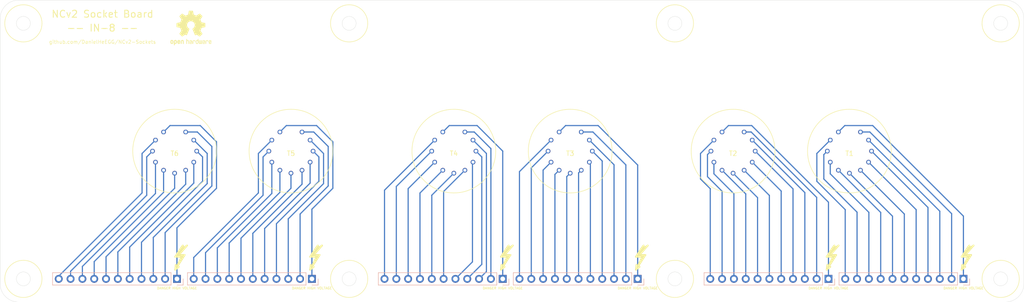
<source format=kicad_pcb>
(kicad_pcb (version 20171130) (host pcbnew "(5.1.10)-1")

  (general
    (thickness 1.6)
    (drawings 33)
    (tracks 197)
    (zones 0)
    (modules 19)
    (nets 67)
  )

  (page A4)
  (layers
    (0 F.Cu signal)
    (31 B.Cu signal)
    (32 B.Adhes user)
    (33 F.Adhes user)
    (34 B.Paste user)
    (35 F.Paste user)
    (36 B.SilkS user)
    (37 F.SilkS user)
    (38 B.Mask user)
    (39 F.Mask user)
    (40 Dwgs.User user)
    (41 Cmts.User user)
    (42 Eco1.User user)
    (43 Eco2.User user)
    (44 Edge.Cuts user)
    (45 Margin user)
    (46 B.CrtYd user hide)
    (47 F.CrtYd user hide)
    (48 B.Fab user hide)
    (49 F.Fab user hide)
  )

  (setup
    (last_trace_width 0.25)
    (trace_clearance 0.2)
    (zone_clearance 0.508)
    (zone_45_only no)
    (trace_min 0.2)
    (via_size 0.8)
    (via_drill 0.4)
    (via_min_size 0.4)
    (via_min_drill 0.3)
    (uvia_size 0.3)
    (uvia_drill 0.1)
    (uvias_allowed no)
    (uvia_min_size 0.2)
    (uvia_min_drill 0.1)
    (edge_width 0.05)
    (segment_width 0.2)
    (pcb_text_width 0.3)
    (pcb_text_size 1.5 1.5)
    (mod_edge_width 0.12)
    (mod_text_size 1 1)
    (mod_text_width 0.15)
    (pad_size 1.524 1.524)
    (pad_drill 0.762)
    (pad_to_mask_clearance 0)
    (aux_axis_origin 0 0)
    (visible_elements 7FFFFF7F)
    (pcbplotparams
      (layerselection 0x010fc_ffffffff)
      (usegerberextensions false)
      (usegerberattributes true)
      (usegerberadvancedattributes true)
      (creategerberjobfile false)
      (excludeedgelayer true)
      (linewidth 0.100000)
      (plotframeref false)
      (viasonmask false)
      (mode 1)
      (useauxorigin false)
      (hpglpennumber 1)
      (hpglpenspeed 20)
      (hpglpendiameter 15.000000)
      (psnegative false)
      (psa4output false)
      (plotreference true)
      (plotvalue true)
      (plotinvisibletext false)
      (padsonsilk false)
      (subtractmaskfromsilk false)
      (outputformat 1)
      (mirror false)
      (drillshape 0)
      (scaleselection 1)
      (outputdirectory "../Fabrication/IN-8/"))
  )

  (net 0 "")
  (net 1 "Net-(J1-Pad1)")
  (net 2 "Net-(J1-Pad2)")
  (net 3 "Net-(J1-Pad3)")
  (net 4 "Net-(J1-Pad4)")
  (net 5 "Net-(J1-Pad5)")
  (net 6 "Net-(J1-Pad6)")
  (net 7 "Net-(J1-Pad7)")
  (net 8 "Net-(J1-Pad8)")
  (net 9 "Net-(J1-Pad9)")
  (net 10 "Net-(J1-Pad10)")
  (net 11 "Net-(J1-Pad11)")
  (net 12 "Net-(J2-Pad11)")
  (net 13 "Net-(J2-Pad10)")
  (net 14 "Net-(J2-Pad9)")
  (net 15 "Net-(J2-Pad8)")
  (net 16 "Net-(J2-Pad7)")
  (net 17 "Net-(J2-Pad6)")
  (net 18 "Net-(J2-Pad5)")
  (net 19 "Net-(J2-Pad4)")
  (net 20 "Net-(J2-Pad3)")
  (net 21 "Net-(J2-Pad2)")
  (net 22 "Net-(J2-Pad1)")
  (net 23 "Net-(J3-Pad1)")
  (net 24 "Net-(J3-Pad2)")
  (net 25 "Net-(J3-Pad3)")
  (net 26 "Net-(J3-Pad4)")
  (net 27 "Net-(J3-Pad5)")
  (net 28 "Net-(J3-Pad6)")
  (net 29 "Net-(J3-Pad7)")
  (net 30 "Net-(J3-Pad8)")
  (net 31 "Net-(J3-Pad9)")
  (net 32 "Net-(J3-Pad10)")
  (net 33 "Net-(J3-Pad11)")
  (net 34 "Net-(J4-Pad11)")
  (net 35 "Net-(J4-Pad10)")
  (net 36 "Net-(J4-Pad9)")
  (net 37 "Net-(J4-Pad8)")
  (net 38 "Net-(J4-Pad7)")
  (net 39 "Net-(J4-Pad6)")
  (net 40 "Net-(J4-Pad5)")
  (net 41 "Net-(J4-Pad4)")
  (net 42 "Net-(J4-Pad3)")
  (net 43 "Net-(J4-Pad2)")
  (net 44 "Net-(J4-Pad1)")
  (net 45 "Net-(J5-Pad1)")
  (net 46 "Net-(J5-Pad2)")
  (net 47 "Net-(J5-Pad3)")
  (net 48 "Net-(J5-Pad4)")
  (net 49 "Net-(J5-Pad5)")
  (net 50 "Net-(J5-Pad6)")
  (net 51 "Net-(J5-Pad7)")
  (net 52 "Net-(J5-Pad8)")
  (net 53 "Net-(J5-Pad9)")
  (net 54 "Net-(J5-Pad10)")
  (net 55 "Net-(J5-Pad11)")
  (net 56 "Net-(J6-Pad11)")
  (net 57 "Net-(J6-Pad10)")
  (net 58 "Net-(J6-Pad9)")
  (net 59 "Net-(J6-Pad8)")
  (net 60 "Net-(J6-Pad7)")
  (net 61 "Net-(J6-Pad6)")
  (net 62 "Net-(J6-Pad5)")
  (net 63 "Net-(J6-Pad4)")
  (net 64 "Net-(J6-Pad3)")
  (net 65 "Net-(J6-Pad2)")
  (net 66 "Net-(J6-Pad1)")

  (net_class Default "This is the default net class."
    (clearance 0.2)
    (trace_width 0.25)
    (via_dia 0.8)
    (via_drill 0.4)
    (uvia_dia 0.3)
    (uvia_drill 0.1)
    (add_net "Net-(J1-Pad1)")
    (add_net "Net-(J1-Pad10)")
    (add_net "Net-(J1-Pad11)")
    (add_net "Net-(J1-Pad2)")
    (add_net "Net-(J1-Pad3)")
    (add_net "Net-(J1-Pad4)")
    (add_net "Net-(J1-Pad5)")
    (add_net "Net-(J1-Pad6)")
    (add_net "Net-(J1-Pad7)")
    (add_net "Net-(J1-Pad8)")
    (add_net "Net-(J1-Pad9)")
    (add_net "Net-(J2-Pad1)")
    (add_net "Net-(J2-Pad10)")
    (add_net "Net-(J2-Pad11)")
    (add_net "Net-(J2-Pad2)")
    (add_net "Net-(J2-Pad3)")
    (add_net "Net-(J2-Pad4)")
    (add_net "Net-(J2-Pad5)")
    (add_net "Net-(J2-Pad6)")
    (add_net "Net-(J2-Pad7)")
    (add_net "Net-(J2-Pad8)")
    (add_net "Net-(J2-Pad9)")
    (add_net "Net-(J3-Pad1)")
    (add_net "Net-(J3-Pad10)")
    (add_net "Net-(J3-Pad11)")
    (add_net "Net-(J3-Pad2)")
    (add_net "Net-(J3-Pad3)")
    (add_net "Net-(J3-Pad4)")
    (add_net "Net-(J3-Pad5)")
    (add_net "Net-(J3-Pad6)")
    (add_net "Net-(J3-Pad7)")
    (add_net "Net-(J3-Pad8)")
    (add_net "Net-(J3-Pad9)")
    (add_net "Net-(J4-Pad1)")
    (add_net "Net-(J4-Pad10)")
    (add_net "Net-(J4-Pad11)")
    (add_net "Net-(J4-Pad2)")
    (add_net "Net-(J4-Pad3)")
    (add_net "Net-(J4-Pad4)")
    (add_net "Net-(J4-Pad5)")
    (add_net "Net-(J4-Pad6)")
    (add_net "Net-(J4-Pad7)")
    (add_net "Net-(J4-Pad8)")
    (add_net "Net-(J4-Pad9)")
    (add_net "Net-(J5-Pad1)")
    (add_net "Net-(J5-Pad10)")
    (add_net "Net-(J5-Pad11)")
    (add_net "Net-(J5-Pad2)")
    (add_net "Net-(J5-Pad3)")
    (add_net "Net-(J5-Pad4)")
    (add_net "Net-(J5-Pad5)")
    (add_net "Net-(J5-Pad6)")
    (add_net "Net-(J5-Pad7)")
    (add_net "Net-(J5-Pad8)")
    (add_net "Net-(J5-Pad9)")
    (add_net "Net-(J6-Pad1)")
    (add_net "Net-(J6-Pad10)")
    (add_net "Net-(J6-Pad11)")
    (add_net "Net-(J6-Pad2)")
    (add_net "Net-(J6-Pad3)")
    (add_net "Net-(J6-Pad4)")
    (add_net "Net-(J6-Pad5)")
    (add_net "Net-(J6-Pad6)")
    (add_net "Net-(J6-Pad7)")
    (add_net "Net-(J6-Pad8)")
    (add_net "Net-(J6-Pad9)")
  )

  (module Tubes:IN-8 (layer F.Cu) (tedit 618DC43C) (tstamp 618E0629)
    (at 82.5 92.5)
    (path /617CA33E)
    (fp_text reference T6 (at 0 0.5) (layer F.SilkS)
      (effects (font (size 1 1) (thickness 0.15)))
    )
    (fp_text value TUBE (at 0 -0.5) (layer F.Fab)
      (effects (font (size 1 1) (thickness 0.15)))
    )
    (fp_circle (center 0 0) (end 9 0) (layer F.SilkS) (width 0.12))
    (pad 7 thru_hole circle (at 0 4.75) (size 1 1) (drill 0.6) (layers *.Cu *.Mask)
      (net 60 "Net-(J6-Pad7)"))
    (pad 6 thru_hole circle (at 2.375 4.11362) (size 1 1) (drill 0.6) (layers *.Cu *.Mask)
      (net 61 "Net-(J6-Pad6)"))
    (pad 5 thru_hole circle (at 4.11362 2.374999) (size 1 1) (drill 0.6) (layers *.Cu *.Mask)
      (net 62 "Net-(J6-Pad5)"))
    (pad 4 thru_hole circle (at 4.75 0) (size 1 1) (drill 0.6) (layers *.Cu *.Mask)
      (net 63 "Net-(J6-Pad4)"))
    (pad 8 thru_hole circle (at -2.374999 4.11362) (size 1 1) (drill 0.6) (layers *.Cu *.Mask)
      (net 59 "Net-(J6-Pad8)"))
    (pad 9 thru_hole circle (at -4.11362 2.374999) (size 1 1) (drill 0.6) (layers *.Cu *.Mask)
      (net 58 "Net-(J6-Pad9)"))
    (pad 10 thru_hole circle (at -4.75 0) (size 1 1) (drill 0.6) (layers *.Cu *.Mask)
      (net 57 "Net-(J6-Pad10)"))
    (pad 11 thru_hole circle (at -4.11362 -2.375) (size 1 1) (drill 0.6) (layers *.Cu *.Mask)
      (net 56 "Net-(J6-Pad11)"))
    (pad 1 thru_hole circle (at -2.375 -4.11362) (size 1 1) (drill 0.6) (layers *.Cu *.Mask)
      (net 66 "Net-(J6-Pad1)"))
    (pad 2 thru_hole circle (at 2.375 -4.11362) (size 1 1) (drill 0.6) (layers *.Cu *.Mask)
      (net 65 "Net-(J6-Pad2)"))
    (pad 3 thru_hole circle (at 4.11362 -2.375 90) (size 1 1) (drill 0.6) (layers *.Cu *.Mask)
      (net 64 "Net-(J6-Pad3)"))
  )

  (module Symbol:Symbol_Highvoltage_Type1_CopperTop_Small (layer F.Cu) (tedit 617B729E) (tstamp 617BDA7D)
    (at 252 116)
    (descr "Symbol, Highvoltage, Type 1, Copper Top, Small,")
    (tags "Symbol, Highvoltage, Type 1, Copper Top, Small,")
    (attr virtual)
    (fp_text reference REF** (at 1.016 -5.207) (layer F.SilkS) hide
      (effects (font (size 1 1) (thickness 0.15)))
    )
    (fp_text value Symbol_Highvoltage_Type1_CopperTop_Small (at 0.508 4.191) (layer F.Fab)
      (effects (font (size 1 1) (thickness 0.15)))
    )
    (fp_line (start 1.397 -2.794) (end 0 -0.889) (layer F.SilkS) (width 0.381))
    (fp_line (start 0 -0.889) (end 1.27 -0.889) (layer F.SilkS) (width 0.381))
    (fp_line (start -0.254 1.016) (end -0.381 2.032) (layer F.SilkS) (width 0.381))
    (fp_line (start -0.381 2.032) (end 0.381 1.397) (layer F.SilkS) (width 0.381))
    (fp_line (start 0.381 1.397) (end -0.127 1.651) (layer F.SilkS) (width 0.381))
    (fp_line (start -0.127 1.651) (end 1.651 -1.143) (layer F.SilkS) (width 0.381))
    (fp_line (start 1.651 -1.143) (end 0.381 -1.143) (layer F.SilkS) (width 0.381))
    (fp_line (start 0.381 -1.143) (end 2.159 -3.175) (layer F.SilkS) (width 0.381))
    (fp_line (start 2.159 -3.175) (end 1.397 -2.667) (layer F.SilkS) (width 0.381))
    (fp_line (start 1.397 -2.667) (end 1.27 -3.175) (layer F.SilkS) (width 0.381))
    (fp_line (start 1.143 -3.048) (end -0.381 -0.762) (layer F.SilkS) (width 0.381))
    (fp_line (start -0.381 -0.762) (end 1.016 -0.762) (layer F.SilkS) (width 0.381))
    (fp_line (start 1.016 -0.762) (end -0.127 1.524) (layer F.SilkS) (width 0.381))
    (fp_line (start -0.127 1.524) (end -0.254 1.016) (layer F.SilkS) (width 0.381))
  )

  (module Symbol:Symbol_Highvoltage_Type1_CopperTop_Small (layer F.Cu) (tedit 617B729E) (tstamp 617BDA7D)
    (at 223 116)
    (descr "Symbol, Highvoltage, Type 1, Copper Top, Small,")
    (tags "Symbol, Highvoltage, Type 1, Copper Top, Small,")
    (attr virtual)
    (fp_text reference REF** (at 1.016 -5.207) (layer F.SilkS) hide
      (effects (font (size 1 1) (thickness 0.15)))
    )
    (fp_text value Symbol_Highvoltage_Type1_CopperTop_Small (at 0.508 4.191) (layer F.Fab)
      (effects (font (size 1 1) (thickness 0.15)))
    )
    (fp_line (start 1.397 -2.794) (end 0 -0.889) (layer F.SilkS) (width 0.381))
    (fp_line (start 0 -0.889) (end 1.27 -0.889) (layer F.SilkS) (width 0.381))
    (fp_line (start -0.254 1.016) (end -0.381 2.032) (layer F.SilkS) (width 0.381))
    (fp_line (start -0.381 2.032) (end 0.381 1.397) (layer F.SilkS) (width 0.381))
    (fp_line (start 0.381 1.397) (end -0.127 1.651) (layer F.SilkS) (width 0.381))
    (fp_line (start -0.127 1.651) (end 1.651 -1.143) (layer F.SilkS) (width 0.381))
    (fp_line (start 1.651 -1.143) (end 0.381 -1.143) (layer F.SilkS) (width 0.381))
    (fp_line (start 0.381 -1.143) (end 2.159 -3.175) (layer F.SilkS) (width 0.381))
    (fp_line (start 2.159 -3.175) (end 1.397 -2.667) (layer F.SilkS) (width 0.381))
    (fp_line (start 1.397 -2.667) (end 1.27 -3.175) (layer F.SilkS) (width 0.381))
    (fp_line (start 1.143 -3.048) (end -0.381 -0.762) (layer F.SilkS) (width 0.381))
    (fp_line (start -0.381 -0.762) (end 1.016 -0.762) (layer F.SilkS) (width 0.381))
    (fp_line (start 1.016 -0.762) (end -0.127 1.524) (layer F.SilkS) (width 0.381))
    (fp_line (start -0.127 1.524) (end -0.254 1.016) (layer F.SilkS) (width 0.381))
  )

  (module Symbol:Symbol_Highvoltage_Type1_CopperTop_Small (layer F.Cu) (tedit 617B729E) (tstamp 617BDA7D)
    (at 182 116)
    (descr "Symbol, Highvoltage, Type 1, Copper Top, Small,")
    (tags "Symbol, Highvoltage, Type 1, Copper Top, Small,")
    (attr virtual)
    (fp_text reference REF** (at 1.016 -5.207) (layer F.SilkS) hide
      (effects (font (size 1 1) (thickness 0.15)))
    )
    (fp_text value Symbol_Highvoltage_Type1_CopperTop_Small (at 0.508 4.191) (layer F.Fab)
      (effects (font (size 1 1) (thickness 0.15)))
    )
    (fp_line (start 1.397 -2.794) (end 0 -0.889) (layer F.SilkS) (width 0.381))
    (fp_line (start 0 -0.889) (end 1.27 -0.889) (layer F.SilkS) (width 0.381))
    (fp_line (start -0.254 1.016) (end -0.381 2.032) (layer F.SilkS) (width 0.381))
    (fp_line (start -0.381 2.032) (end 0.381 1.397) (layer F.SilkS) (width 0.381))
    (fp_line (start 0.381 1.397) (end -0.127 1.651) (layer F.SilkS) (width 0.381))
    (fp_line (start -0.127 1.651) (end 1.651 -1.143) (layer F.SilkS) (width 0.381))
    (fp_line (start 1.651 -1.143) (end 0.381 -1.143) (layer F.SilkS) (width 0.381))
    (fp_line (start 0.381 -1.143) (end 2.159 -3.175) (layer F.SilkS) (width 0.381))
    (fp_line (start 2.159 -3.175) (end 1.397 -2.667) (layer F.SilkS) (width 0.381))
    (fp_line (start 1.397 -2.667) (end 1.27 -3.175) (layer F.SilkS) (width 0.381))
    (fp_line (start 1.143 -3.048) (end -0.381 -0.762) (layer F.SilkS) (width 0.381))
    (fp_line (start -0.381 -0.762) (end 1.016 -0.762) (layer F.SilkS) (width 0.381))
    (fp_line (start 1.016 -0.762) (end -0.127 1.524) (layer F.SilkS) (width 0.381))
    (fp_line (start -0.127 1.524) (end -0.254 1.016) (layer F.SilkS) (width 0.381))
  )

  (module Symbol:Symbol_Highvoltage_Type1_CopperTop_Small (layer F.Cu) (tedit 617B729E) (tstamp 617BDA7D)
    (at 153 116)
    (descr "Symbol, Highvoltage, Type 1, Copper Top, Small,")
    (tags "Symbol, Highvoltage, Type 1, Copper Top, Small,")
    (attr virtual)
    (fp_text reference REF** (at 1.016 -5.207) (layer F.SilkS) hide
      (effects (font (size 1 1) (thickness 0.15)))
    )
    (fp_text value Symbol_Highvoltage_Type1_CopperTop_Small (at 0.508 4.191) (layer F.Fab)
      (effects (font (size 1 1) (thickness 0.15)))
    )
    (fp_line (start 1.397 -2.794) (end 0 -0.889) (layer F.SilkS) (width 0.381))
    (fp_line (start 0 -0.889) (end 1.27 -0.889) (layer F.SilkS) (width 0.381))
    (fp_line (start -0.254 1.016) (end -0.381 2.032) (layer F.SilkS) (width 0.381))
    (fp_line (start -0.381 2.032) (end 0.381 1.397) (layer F.SilkS) (width 0.381))
    (fp_line (start 0.381 1.397) (end -0.127 1.651) (layer F.SilkS) (width 0.381))
    (fp_line (start -0.127 1.651) (end 1.651 -1.143) (layer F.SilkS) (width 0.381))
    (fp_line (start 1.651 -1.143) (end 0.381 -1.143) (layer F.SilkS) (width 0.381))
    (fp_line (start 0.381 -1.143) (end 2.159 -3.175) (layer F.SilkS) (width 0.381))
    (fp_line (start 2.159 -3.175) (end 1.397 -2.667) (layer F.SilkS) (width 0.381))
    (fp_line (start 1.397 -2.667) (end 1.27 -3.175) (layer F.SilkS) (width 0.381))
    (fp_line (start 1.143 -3.048) (end -0.381 -0.762) (layer F.SilkS) (width 0.381))
    (fp_line (start -0.381 -0.762) (end 1.016 -0.762) (layer F.SilkS) (width 0.381))
    (fp_line (start 1.016 -0.762) (end -0.127 1.524) (layer F.SilkS) (width 0.381))
    (fp_line (start -0.127 1.524) (end -0.254 1.016) (layer F.SilkS) (width 0.381))
  )

  (module Symbol:Symbol_Highvoltage_Type1_CopperTop_Small (layer F.Cu) (tedit 617B729E) (tstamp 617BDA7D)
    (at 112 116)
    (descr "Symbol, Highvoltage, Type 1, Copper Top, Small,")
    (tags "Symbol, Highvoltage, Type 1, Copper Top, Small,")
    (attr virtual)
    (fp_text reference REF** (at 1.016 -5.207) (layer F.SilkS) hide
      (effects (font (size 1 1) (thickness 0.15)))
    )
    (fp_text value Symbol_Highvoltage_Type1_CopperTop_Small (at 0.508 4.191) (layer F.Fab)
      (effects (font (size 1 1) (thickness 0.15)))
    )
    (fp_line (start 1.397 -2.794) (end 0 -0.889) (layer F.SilkS) (width 0.381))
    (fp_line (start 0 -0.889) (end 1.27 -0.889) (layer F.SilkS) (width 0.381))
    (fp_line (start -0.254 1.016) (end -0.381 2.032) (layer F.SilkS) (width 0.381))
    (fp_line (start -0.381 2.032) (end 0.381 1.397) (layer F.SilkS) (width 0.381))
    (fp_line (start 0.381 1.397) (end -0.127 1.651) (layer F.SilkS) (width 0.381))
    (fp_line (start -0.127 1.651) (end 1.651 -1.143) (layer F.SilkS) (width 0.381))
    (fp_line (start 1.651 -1.143) (end 0.381 -1.143) (layer F.SilkS) (width 0.381))
    (fp_line (start 0.381 -1.143) (end 2.159 -3.175) (layer F.SilkS) (width 0.381))
    (fp_line (start 2.159 -3.175) (end 1.397 -2.667) (layer F.SilkS) (width 0.381))
    (fp_line (start 1.397 -2.667) (end 1.27 -3.175) (layer F.SilkS) (width 0.381))
    (fp_line (start 1.143 -3.048) (end -0.381 -0.762) (layer F.SilkS) (width 0.381))
    (fp_line (start -0.381 -0.762) (end 1.016 -0.762) (layer F.SilkS) (width 0.381))
    (fp_line (start 1.016 -0.762) (end -0.127 1.524) (layer F.SilkS) (width 0.381))
    (fp_line (start -0.127 1.524) (end -0.254 1.016) (layer F.SilkS) (width 0.381))
  )

  (module Symbol:Symbol_Highvoltage_Type1_CopperTop_Small (layer F.Cu) (tedit 617B729E) (tstamp 617BD8C9)
    (at 83 116)
    (descr "Symbol, Highvoltage, Type 1, Copper Top, Small,")
    (tags "Symbol, Highvoltage, Type 1, Copper Top, Small,")
    (attr virtual)
    (fp_text reference REF** (at 1.016 -5.207) (layer F.SilkS) hide
      (effects (font (size 1 1) (thickness 0.15)))
    )
    (fp_text value Symbol_Highvoltage_Type1_CopperTop_Small (at 0.508 4.191) (layer F.Fab)
      (effects (font (size 1 1) (thickness 0.15)))
    )
    (fp_line (start 1.397 -2.794) (end 0 -0.889) (layer F.SilkS) (width 0.381))
    (fp_line (start 0 -0.889) (end 1.27 -0.889) (layer F.SilkS) (width 0.381))
    (fp_line (start -0.254 1.016) (end -0.381 2.032) (layer F.SilkS) (width 0.381))
    (fp_line (start -0.381 2.032) (end 0.381 1.397) (layer F.SilkS) (width 0.381))
    (fp_line (start 0.381 1.397) (end -0.127 1.651) (layer F.SilkS) (width 0.381))
    (fp_line (start -0.127 1.651) (end 1.651 -1.143) (layer F.SilkS) (width 0.381))
    (fp_line (start 1.651 -1.143) (end 0.381 -1.143) (layer F.SilkS) (width 0.381))
    (fp_line (start 0.381 -1.143) (end 2.159 -3.175) (layer F.SilkS) (width 0.381))
    (fp_line (start 2.159 -3.175) (end 1.397 -2.667) (layer F.SilkS) (width 0.381))
    (fp_line (start 1.397 -2.667) (end 1.27 -3.175) (layer F.SilkS) (width 0.381))
    (fp_line (start 1.143 -3.048) (end -0.381 -0.762) (layer F.SilkS) (width 0.381))
    (fp_line (start -0.381 -0.762) (end 1.016 -0.762) (layer F.SilkS) (width 0.381))
    (fp_line (start 1.016 -0.762) (end -0.127 1.524) (layer F.SilkS) (width 0.381))
    (fp_line (start -0.127 1.524) (end -0.254 1.016) (layer F.SilkS) (width 0.381))
  )

  (module Symbol:OSHW-Logo2_9.8x8mm_SilkScreen (layer F.Cu) (tedit 0) (tstamp 617BD6B2)
    (at 86 66)
    (descr "Open Source Hardware Symbol")
    (tags "Logo Symbol OSHW")
    (attr virtual)
    (fp_text reference REF** (at 0 0) (layer F.SilkS) hide
      (effects (font (size 1 1) (thickness 0.15)))
    )
    (fp_text value OSHW-Logo2_9.8x8mm_SilkScreen (at 0.75 0) (layer F.Fab) hide
      (effects (font (size 1 1) (thickness 0.15)))
    )
    (fp_poly (pts (xy -3.231114 2.584505) (xy -3.156461 2.621727) (xy -3.090569 2.690261) (xy -3.072423 2.715648)
      (xy -3.052655 2.748866) (xy -3.039828 2.784945) (xy -3.03249 2.833098) (xy -3.029187 2.902536)
      (xy -3.028462 2.994206) (xy -3.031737 3.11983) (xy -3.043123 3.214154) (xy -3.064959 3.284523)
      (xy -3.099581 3.338286) (xy -3.14933 3.382788) (xy -3.152986 3.385423) (xy -3.202015 3.412377)
      (xy -3.261055 3.425712) (xy -3.336141 3.429) (xy -3.458205 3.429) (xy -3.458256 3.547497)
      (xy -3.459392 3.613492) (xy -3.466314 3.652202) (xy -3.484402 3.675419) (xy -3.519038 3.694933)
      (xy -3.527355 3.69892) (xy -3.56628 3.717603) (xy -3.596417 3.729403) (xy -3.618826 3.730422)
      (xy -3.634567 3.716761) (xy -3.644698 3.684522) (xy -3.650277 3.629804) (xy -3.652365 3.548711)
      (xy -3.652019 3.437344) (xy -3.6503 3.291802) (xy -3.649763 3.248269) (xy -3.647828 3.098205)
      (xy -3.646096 3.000042) (xy -3.458308 3.000042) (xy -3.457252 3.083364) (xy -3.452562 3.13788)
      (xy -3.441949 3.173837) (xy -3.423128 3.201482) (xy -3.41035 3.214965) (xy -3.35811 3.254417)
      (xy -3.311858 3.257628) (xy -3.264133 3.225049) (xy -3.262923 3.223846) (xy -3.243506 3.198668)
      (xy -3.231693 3.164447) (xy -3.225735 3.111748) (xy -3.22388 3.031131) (xy -3.223846 3.013271)
      (xy -3.22833 2.902175) (xy -3.242926 2.825161) (xy -3.26935 2.778147) (xy -3.309317 2.75705)
      (xy -3.332416 2.754923) (xy -3.387238 2.7649) (xy -3.424842 2.797752) (xy -3.447477 2.857857)
      (xy -3.457394 2.949598) (xy -3.458308 3.000042) (xy -3.646096 3.000042) (xy -3.645778 2.98206)
      (xy -3.643127 2.894679) (xy -3.639394 2.830905) (xy -3.634093 2.785582) (xy -3.626742 2.753555)
      (xy -3.616857 2.729668) (xy -3.603954 2.708764) (xy -3.598421 2.700898) (xy -3.525031 2.626595)
      (xy -3.43224 2.584467) (xy -3.324904 2.572722) (xy -3.231114 2.584505)) (layer F.SilkS) (width 0.01))
    (fp_poly (pts (xy -1.728336 2.595089) (xy -1.665633 2.631358) (xy -1.622039 2.667358) (xy -1.590155 2.705075)
      (xy -1.56819 2.751199) (xy -1.554351 2.812421) (xy -1.546847 2.895431) (xy -1.543883 3.006919)
      (xy -1.543539 3.087062) (xy -1.543539 3.382065) (xy -1.709615 3.456515) (xy -1.719385 3.133402)
      (xy -1.723421 3.012729) (xy -1.727656 2.925141) (xy -1.732903 2.86465) (xy -1.739975 2.825268)
      (xy -1.749689 2.801007) (xy -1.762856 2.78588) (xy -1.767081 2.782606) (xy -1.831091 2.757034)
      (xy -1.895792 2.767153) (xy -1.934308 2.794) (xy -1.949975 2.813024) (xy -1.96082 2.837988)
      (xy -1.967712 2.875834) (xy -1.971521 2.933502) (xy -1.973117 3.017935) (xy -1.973385 3.105928)
      (xy -1.973437 3.216323) (xy -1.975328 3.294463) (xy -1.981655 3.347165) (xy -1.995017 3.381242)
      (xy -2.018015 3.403511) (xy -2.053246 3.420787) (xy -2.100303 3.438738) (xy -2.151697 3.458278)
      (xy -2.145579 3.111485) (xy -2.143116 2.986468) (xy -2.140233 2.894082) (xy -2.136102 2.827881)
      (xy -2.129893 2.78142) (xy -2.120774 2.748256) (xy -2.107917 2.721944) (xy -2.092416 2.698729)
      (xy -2.017629 2.624569) (xy -1.926372 2.581684) (xy -1.827117 2.571412) (xy -1.728336 2.595089)) (layer F.SilkS) (width 0.01))
    (fp_poly (pts (xy -3.983114 2.587256) (xy -3.891536 2.635409) (xy -3.823951 2.712905) (xy -3.799943 2.762727)
      (xy -3.781262 2.837533) (xy -3.771699 2.932052) (xy -3.770792 3.03521) (xy -3.778079 3.135935)
      (xy -3.793097 3.223153) (xy -3.815385 3.285791) (xy -3.822235 3.296579) (xy -3.903368 3.377105)
      (xy -3.999734 3.425336) (xy -4.104299 3.43945) (xy -4.210032 3.417629) (xy -4.239457 3.404547)
      (xy -4.296759 3.364231) (xy -4.34705 3.310775) (xy -4.351803 3.303995) (xy -4.371122 3.271321)
      (xy -4.383892 3.236394) (xy -4.391436 3.190414) (xy -4.395076 3.124584) (xy -4.396135 3.030105)
      (xy -4.396154 3.008923) (xy -4.396106 3.002182) (xy -4.200769 3.002182) (xy -4.199632 3.091349)
      (xy -4.195159 3.15052) (xy -4.185754 3.188741) (xy -4.169824 3.215053) (xy -4.161692 3.223846)
      (xy -4.114942 3.257261) (xy -4.069553 3.255737) (xy -4.02366 3.226752) (xy -3.996288 3.195809)
      (xy -3.980077 3.150643) (xy -3.970974 3.07942) (xy -3.970349 3.071114) (xy -3.968796 2.942037)
      (xy -3.985035 2.846172) (xy -4.018848 2.784107) (xy -4.070016 2.756432) (xy -4.08828 2.754923)
      (xy -4.13624 2.762513) (xy -4.169047 2.788808) (xy -4.189105 2.839095) (xy -4.198822 2.918664)
      (xy -4.200769 3.002182) (xy -4.396106 3.002182) (xy -4.395426 2.908249) (xy -4.392371 2.837906)
      (xy -4.385678 2.789163) (xy -4.37404 2.753288) (xy -4.356147 2.721548) (xy -4.352192 2.715648)
      (xy -4.285733 2.636104) (xy -4.213315 2.589929) (xy -4.125151 2.571599) (xy -4.095213 2.570703)
      (xy -3.983114 2.587256)) (layer F.SilkS) (width 0.01))
    (fp_poly (pts (xy -2.465746 2.599745) (xy -2.388714 2.651567) (xy -2.329184 2.726412) (xy -2.293622 2.821654)
      (xy -2.286429 2.891756) (xy -2.287246 2.921009) (xy -2.294086 2.943407) (xy -2.312888 2.963474)
      (xy -2.349592 2.985733) (xy -2.410138 3.014709) (xy -2.500466 3.054927) (xy -2.500923 3.055129)
      (xy -2.584067 3.09321) (xy -2.652247 3.127025) (xy -2.698495 3.152933) (xy -2.715842 3.167295)
      (xy -2.715846 3.167411) (xy -2.700557 3.198685) (xy -2.664804 3.233157) (xy -2.623758 3.25799)
      (xy -2.602963 3.262923) (xy -2.54623 3.245862) (xy -2.497373 3.203133) (xy -2.473535 3.156155)
      (xy -2.450603 3.121522) (xy -2.405682 3.082081) (xy -2.352877 3.048009) (xy -2.30629 3.02948)
      (xy -2.296548 3.028462) (xy -2.285582 3.045215) (xy -2.284921 3.088039) (xy -2.29298 3.145781)
      (xy -2.308173 3.207289) (xy -2.328914 3.261409) (xy -2.329962 3.26351) (xy -2.392379 3.35066)
      (xy -2.473274 3.409939) (xy -2.565144 3.439034) (xy -2.660487 3.435634) (xy -2.751802 3.397428)
      (xy -2.755862 3.394741) (xy -2.827694 3.329642) (xy -2.874927 3.244705) (xy -2.901066 3.133021)
      (xy -2.904574 3.101643) (xy -2.910787 2.953536) (xy -2.903339 2.884468) (xy -2.715846 2.884468)
      (xy -2.71341 2.927552) (xy -2.700086 2.940126) (xy -2.666868 2.930719) (xy -2.614506 2.908483)
      (xy -2.555976 2.88061) (xy -2.554521 2.879872) (xy -2.504911 2.853777) (xy -2.485 2.836363)
      (xy -2.48991 2.818107) (xy -2.510584 2.79412) (xy -2.563181 2.759406) (xy -2.619823 2.756856)
      (xy -2.670631 2.782119) (xy -2.705724 2.830847) (xy -2.715846 2.884468) (xy -2.903339 2.884468)
      (xy -2.898008 2.835036) (xy -2.865222 2.741055) (xy -2.819579 2.675215) (xy -2.737198 2.608681)
      (xy -2.646454 2.575676) (xy -2.553815 2.573573) (xy -2.465746 2.599745)) (layer F.SilkS) (width 0.01))
    (fp_poly (pts (xy -0.840154 2.49212) (xy -0.834428 2.57198) (xy -0.827851 2.619039) (xy -0.818738 2.639566)
      (xy -0.805402 2.639829) (xy -0.801077 2.637378) (xy -0.743556 2.619636) (xy -0.668732 2.620672)
      (xy -0.592661 2.63891) (xy -0.545082 2.662505) (xy -0.496298 2.700198) (xy -0.460636 2.742855)
      (xy -0.436155 2.797057) (xy -0.420913 2.869384) (xy -0.41297 2.966419) (xy -0.410384 3.094742)
      (xy -0.410338 3.119358) (xy -0.410308 3.39587) (xy -0.471839 3.41732) (xy -0.515541 3.431912)
      (xy -0.539518 3.438706) (xy -0.540223 3.438769) (xy -0.542585 3.420345) (xy -0.544594 3.369526)
      (xy -0.546099 3.292993) (xy -0.546947 3.19743) (xy -0.547077 3.139329) (xy -0.547349 3.024771)
      (xy -0.548748 2.942667) (xy -0.552151 2.886393) (xy -0.558433 2.849326) (xy -0.568471 2.824844)
      (xy -0.583139 2.806325) (xy -0.592298 2.797406) (xy -0.655211 2.761466) (xy -0.723864 2.758775)
      (xy -0.786152 2.78917) (xy -0.797671 2.800144) (xy -0.814567 2.820779) (xy -0.826286 2.845256)
      (xy -0.833767 2.880647) (xy -0.837946 2.934026) (xy -0.839763 3.012466) (xy -0.840154 3.120617)
      (xy -0.840154 3.39587) (xy -0.901685 3.41732) (xy -0.945387 3.431912) (xy -0.969364 3.438706)
      (xy -0.97007 3.438769) (xy -0.971874 3.420069) (xy -0.9735 3.367322) (xy -0.974883 3.285557)
      (xy -0.975958 3.179805) (xy -0.97666 3.055094) (xy -0.976923 2.916455) (xy -0.976923 2.381806)
      (xy -0.849923 2.328236) (xy -0.840154 2.49212)) (layer F.SilkS) (width 0.01))
    (fp_poly (pts (xy 0.053501 2.626303) (xy 0.13006 2.654733) (xy 0.130936 2.655279) (xy 0.178285 2.690127)
      (xy 0.213241 2.730852) (xy 0.237825 2.783925) (xy 0.254062 2.855814) (xy 0.263975 2.952992)
      (xy 0.269586 3.081928) (xy 0.270077 3.100298) (xy 0.277141 3.377287) (xy 0.217695 3.408028)
      (xy 0.174681 3.428802) (xy 0.14871 3.438646) (xy 0.147509 3.438769) (xy 0.143014 3.420606)
      (xy 0.139444 3.371612) (xy 0.137248 3.300031) (xy 0.136769 3.242068) (xy 0.136758 3.14817)
      (xy 0.132466 3.089203) (xy 0.117503 3.061079) (xy 0.085482 3.059706) (xy 0.030014 3.080998)
      (xy -0.053731 3.120136) (xy -0.115311 3.152643) (xy -0.146983 3.180845) (xy -0.156294 3.211582)
      (xy -0.156308 3.213104) (xy -0.140943 3.266054) (xy -0.095453 3.29466) (xy -0.025834 3.298803)
      (xy 0.024313 3.298084) (xy 0.050754 3.312527) (xy 0.067243 3.347218) (xy 0.076733 3.391416)
      (xy 0.063057 3.416493) (xy 0.057907 3.420082) (xy 0.009425 3.434496) (xy -0.058469 3.436537)
      (xy -0.128388 3.426983) (xy -0.177932 3.409522) (xy -0.24643 3.351364) (xy -0.285366 3.270408)
      (xy -0.293077 3.20716) (xy -0.287193 3.150111) (xy -0.265899 3.103542) (xy -0.223735 3.062181)
      (xy -0.155241 3.020755) (xy -0.054956 2.973993) (xy -0.048846 2.97135) (xy 0.04149 2.929617)
      (xy 0.097235 2.895391) (xy 0.121129 2.864635) (xy 0.115913 2.833311) (xy 0.084328 2.797383)
      (xy 0.074883 2.789116) (xy 0.011617 2.757058) (xy -0.053936 2.758407) (xy -0.111028 2.789838)
      (xy -0.148907 2.848024) (xy -0.152426 2.859446) (xy -0.1867 2.914837) (xy -0.230191 2.941518)
      (xy -0.293077 2.96796) (xy -0.293077 2.899548) (xy -0.273948 2.80011) (xy -0.217169 2.708902)
      (xy -0.187622 2.678389) (xy -0.120458 2.639228) (xy -0.035044 2.6215) (xy 0.053501 2.626303)) (layer F.SilkS) (width 0.01))
    (fp_poly (pts (xy 0.713362 2.62467) (xy 0.802117 2.657421) (xy 0.874022 2.71535) (xy 0.902144 2.756128)
      (xy 0.932802 2.830954) (xy 0.932165 2.885058) (xy 0.899987 2.921446) (xy 0.888081 2.927633)
      (xy 0.836675 2.946925) (xy 0.810422 2.941982) (xy 0.80153 2.909587) (xy 0.801077 2.891692)
      (xy 0.784797 2.825859) (xy 0.742365 2.779807) (xy 0.683388 2.757564) (xy 0.617475 2.763161)
      (xy 0.563895 2.792229) (xy 0.545798 2.80881) (xy 0.532971 2.828925) (xy 0.524306 2.859332)
      (xy 0.518696 2.906788) (xy 0.515035 2.97805) (xy 0.512215 3.079875) (xy 0.511484 3.112115)
      (xy 0.50882 3.22241) (xy 0.505792 3.300036) (xy 0.50125 3.351396) (xy 0.494046 3.38289)
      (xy 0.483033 3.40092) (xy 0.46706 3.411888) (xy 0.456834 3.416733) (xy 0.413406 3.433301)
      (xy 0.387842 3.438769) (xy 0.379395 3.420507) (xy 0.374239 3.365296) (xy 0.372346 3.272499)
      (xy 0.373689 3.141478) (xy 0.374107 3.121269) (xy 0.377058 3.001733) (xy 0.380548 2.914449)
      (xy 0.385514 2.852591) (xy 0.392893 2.809336) (xy 0.403624 2.77786) (xy 0.418645 2.751339)
      (xy 0.426502 2.739975) (xy 0.471553 2.689692) (xy 0.52194 2.650581) (xy 0.528108 2.647167)
      (xy 0.618458 2.620212) (xy 0.713362 2.62467)) (layer F.SilkS) (width 0.01))
    (fp_poly (pts (xy 1.602081 2.780289) (xy 1.601833 2.92632) (xy 1.600872 3.038655) (xy 1.598794 3.122678)
      (xy 1.595193 3.183769) (xy 1.589665 3.227309) (xy 1.581804 3.258679) (xy 1.571207 3.283262)
      (xy 1.563182 3.297294) (xy 1.496728 3.373388) (xy 1.41247 3.421084) (xy 1.319249 3.438199)
      (xy 1.2259 3.422546) (xy 1.170312 3.394418) (xy 1.111957 3.34576) (xy 1.072186 3.286333)
      (xy 1.04819 3.208507) (xy 1.037161 3.104652) (xy 1.035599 3.028462) (xy 1.035809 3.022986)
      (xy 1.172308 3.022986) (xy 1.173141 3.110355) (xy 1.176961 3.168192) (xy 1.185746 3.206029)
      (xy 1.201474 3.233398) (xy 1.220266 3.254042) (xy 1.283375 3.29389) (xy 1.351137 3.297295)
      (xy 1.415179 3.264025) (xy 1.420164 3.259517) (xy 1.441439 3.236067) (xy 1.454779 3.208166)
      (xy 1.462001 3.166641) (xy 1.464923 3.102316) (xy 1.465385 3.0312) (xy 1.464383 2.941858)
      (xy 1.460238 2.882258) (xy 1.451236 2.843089) (xy 1.435667 2.81504) (xy 1.422902 2.800144)
      (xy 1.3636 2.762575) (xy 1.295301 2.758057) (xy 1.23011 2.786753) (xy 1.217528 2.797406)
      (xy 1.196111 2.821063) (xy 1.182744 2.849251) (xy 1.175566 2.891245) (xy 1.172719 2.956319)
      (xy 1.172308 3.022986) (xy 1.035809 3.022986) (xy 1.040322 2.905765) (xy 1.056362 2.813577)
      (xy 1.086528 2.744269) (xy 1.133629 2.690211) (xy 1.170312 2.662505) (xy 1.23699 2.632572)
      (xy 1.314272 2.618678) (xy 1.38611 2.622397) (xy 1.426308 2.6374) (xy 1.442082 2.64167)
      (xy 1.45255 2.62575) (xy 1.459856 2.583089) (xy 1.465385 2.518106) (xy 1.471437 2.445732)
      (xy 1.479844 2.402187) (xy 1.495141 2.377287) (xy 1.521864 2.360845) (xy 1.538654 2.353564)
      (xy 1.602154 2.326963) (xy 1.602081 2.780289)) (layer F.SilkS) (width 0.01))
    (fp_poly (pts (xy 2.395929 2.636662) (xy 2.398911 2.688068) (xy 2.401247 2.766192) (xy 2.402749 2.864857)
      (xy 2.403231 2.968343) (xy 2.403231 3.318533) (xy 2.341401 3.380363) (xy 2.298793 3.418462)
      (xy 2.26139 3.433895) (xy 2.21027 3.432918) (xy 2.189978 3.430433) (xy 2.126554 3.4232)
      (xy 2.074095 3.419055) (xy 2.061308 3.418672) (xy 2.018199 3.421176) (xy 1.956544 3.427462)
      (xy 1.932638 3.430433) (xy 1.873922 3.435028) (xy 1.834464 3.425046) (xy 1.795338 3.394228)
      (xy 1.781215 3.380363) (xy 1.719385 3.318533) (xy 1.719385 2.663503) (xy 1.76915 2.640829)
      (xy 1.812002 2.624034) (xy 1.837073 2.618154) (xy 1.843501 2.636736) (xy 1.849509 2.688655)
      (xy 1.854697 2.768172) (xy 1.858664 2.869546) (xy 1.860577 2.955192) (xy 1.865923 3.292231)
      (xy 1.91256 3.298825) (xy 1.954976 3.294214) (xy 1.97576 3.279287) (xy 1.98157 3.251377)
      (xy 1.98653 3.191925) (xy 1.990246 3.108466) (xy 1.992324 3.008532) (xy 1.992624 2.957104)
      (xy 1.992923 2.661054) (xy 2.054454 2.639604) (xy 2.098004 2.62502) (xy 2.121694 2.618219)
      (xy 2.122377 2.618154) (xy 2.124754 2.636642) (xy 2.127366 2.687906) (xy 2.129995 2.765649)
      (xy 2.132421 2.863574) (xy 2.134115 2.955192) (xy 2.139461 3.292231) (xy 2.256692 3.292231)
      (xy 2.262072 2.984746) (xy 2.267451 2.677261) (xy 2.324601 2.647707) (xy 2.366797 2.627413)
      (xy 2.39177 2.618204) (xy 2.392491 2.618154) (xy 2.395929 2.636662)) (layer F.SilkS) (width 0.01))
    (fp_poly (pts (xy 2.887333 2.633528) (xy 2.94359 2.659117) (xy 2.987747 2.690124) (xy 3.020101 2.724795)
      (xy 3.042438 2.76952) (xy 3.056546 2.830692) (xy 3.064211 2.914701) (xy 3.06722 3.02794)
      (xy 3.067538 3.102509) (xy 3.067538 3.39342) (xy 3.017773 3.416095) (xy 2.978576 3.432667)
      (xy 2.959157 3.438769) (xy 2.955442 3.42061) (xy 2.952495 3.371648) (xy 2.950691 3.300153)
      (xy 2.950308 3.243385) (xy 2.948661 3.161371) (xy 2.944222 3.096309) (xy 2.93774 3.056467)
      (xy 2.93259 3.048) (xy 2.897977 3.056646) (xy 2.84364 3.078823) (xy 2.780722 3.108886)
      (xy 2.720368 3.141192) (xy 2.673721 3.170098) (xy 2.651926 3.189961) (xy 2.651839 3.190175)
      (xy 2.653714 3.226935) (xy 2.670525 3.262026) (xy 2.700039 3.290528) (xy 2.743116 3.300061)
      (xy 2.779932 3.29895) (xy 2.832074 3.298133) (xy 2.859444 3.310349) (xy 2.875882 3.342624)
      (xy 2.877955 3.34871) (xy 2.885081 3.394739) (xy 2.866024 3.422687) (xy 2.816353 3.436007)
      (xy 2.762697 3.43847) (xy 2.666142 3.42021) (xy 2.616159 3.394131) (xy 2.554429 3.332868)
      (xy 2.52169 3.25767) (xy 2.518753 3.178211) (xy 2.546424 3.104167) (xy 2.588047 3.057769)
      (xy 2.629604 3.031793) (xy 2.694922 2.998907) (xy 2.771038 2.965557) (xy 2.783726 2.960461)
      (xy 2.867333 2.923565) (xy 2.91553 2.891046) (xy 2.93103 2.858718) (xy 2.91655 2.822394)
      (xy 2.891692 2.794) (xy 2.832939 2.759039) (xy 2.768293 2.756417) (xy 2.709008 2.783358)
      (xy 2.666339 2.837088) (xy 2.660739 2.85095) (xy 2.628133 2.901936) (xy 2.58053 2.939787)
      (xy 2.520461 2.97085) (xy 2.520461 2.882768) (xy 2.523997 2.828951) (xy 2.539156 2.786534)
      (xy 2.572768 2.741279) (xy 2.605035 2.70642) (xy 2.655209 2.657062) (xy 2.694193 2.630547)
      (xy 2.736064 2.619911) (xy 2.78346 2.618154) (xy 2.887333 2.633528)) (layer F.SilkS) (width 0.01))
    (fp_poly (pts (xy 3.570807 2.636782) (xy 3.594161 2.646988) (xy 3.649902 2.691134) (xy 3.697569 2.754967)
      (xy 3.727048 2.823087) (xy 3.731846 2.85667) (xy 3.71576 2.903556) (xy 3.680475 2.928365)
      (xy 3.642644 2.943387) (xy 3.625321 2.946155) (xy 3.616886 2.926066) (xy 3.60023 2.882351)
      (xy 3.592923 2.862598) (xy 3.551948 2.794271) (xy 3.492622 2.760191) (xy 3.416552 2.761239)
      (xy 3.410918 2.762581) (xy 3.370305 2.781836) (xy 3.340448 2.819375) (xy 3.320055 2.879809)
      (xy 3.307836 2.967751) (xy 3.3025 3.087813) (xy 3.302 3.151698) (xy 3.301752 3.252403)
      (xy 3.300126 3.321054) (xy 3.295801 3.364673) (xy 3.287454 3.390282) (xy 3.273765 3.404903)
      (xy 3.253411 3.415558) (xy 3.252234 3.416095) (xy 3.213038 3.432667) (xy 3.193619 3.438769)
      (xy 3.190635 3.420319) (xy 3.188081 3.369323) (xy 3.18614 3.292308) (xy 3.184997 3.195805)
      (xy 3.184769 3.125184) (xy 3.185932 2.988525) (xy 3.190479 2.884851) (xy 3.199999 2.808108)
      (xy 3.216081 2.752246) (xy 3.240313 2.711212) (xy 3.274286 2.678954) (xy 3.307833 2.65644)
      (xy 3.388499 2.626476) (xy 3.482381 2.619718) (xy 3.570807 2.636782)) (layer F.SilkS) (width 0.01))
    (fp_poly (pts (xy 4.245224 2.647838) (xy 4.322528 2.698361) (xy 4.359814 2.74359) (xy 4.389353 2.825663)
      (xy 4.391699 2.890607) (xy 4.386385 2.977445) (xy 4.186115 3.065103) (xy 4.088739 3.109887)
      (xy 4.025113 3.145913) (xy 3.992029 3.177117) (xy 3.98628 3.207436) (xy 4.004658 3.240805)
      (xy 4.024923 3.262923) (xy 4.083889 3.298393) (xy 4.148024 3.300879) (xy 4.206926 3.273235)
      (xy 4.250197 3.21832) (xy 4.257936 3.198928) (xy 4.295006 3.138364) (xy 4.337654 3.112552)
      (xy 4.396154 3.090471) (xy 4.396154 3.174184) (xy 4.390982 3.23115) (xy 4.370723 3.279189)
      (xy 4.328262 3.334346) (xy 4.321951 3.341514) (xy 4.27472 3.390585) (xy 4.234121 3.41692)
      (xy 4.183328 3.429035) (xy 4.14122 3.433003) (xy 4.065902 3.433991) (xy 4.012286 3.421466)
      (xy 3.978838 3.402869) (xy 3.926268 3.361975) (xy 3.889879 3.317748) (xy 3.86685 3.262126)
      (xy 3.854359 3.187047) (xy 3.849587 3.084449) (xy 3.849206 3.032376) (xy 3.850501 2.969948)
      (xy 3.968471 2.969948) (xy 3.969839 3.003438) (xy 3.973249 3.008923) (xy 3.995753 3.001472)
      (xy 4.044182 2.981753) (xy 4.108908 2.953718) (xy 4.122443 2.947692) (xy 4.204244 2.906096)
      (xy 4.249312 2.869538) (xy 4.259217 2.835296) (xy 4.235526 2.800648) (xy 4.21596 2.785339)
      (xy 4.14536 2.754721) (xy 4.07928 2.75978) (xy 4.023959 2.797151) (xy 3.985636 2.863473)
      (xy 3.973349 2.916116) (xy 3.968471 2.969948) (xy 3.850501 2.969948) (xy 3.85173 2.91072)
      (xy 3.861032 2.82071) (xy 3.87946 2.755167) (xy 3.90936 2.706912) (xy 3.95308 2.668767)
      (xy 3.972141 2.65644) (xy 4.058726 2.624336) (xy 4.153522 2.622316) (xy 4.245224 2.647838)) (layer F.SilkS) (width 0.01))
    (fp_poly (pts (xy 0.139878 -3.712224) (xy 0.245612 -3.711645) (xy 0.322132 -3.710078) (xy 0.374372 -3.707028)
      (xy 0.407263 -3.702004) (xy 0.425737 -3.694511) (xy 0.434727 -3.684056) (xy 0.439163 -3.670147)
      (xy 0.439594 -3.668346) (xy 0.446333 -3.635855) (xy 0.458808 -3.571748) (xy 0.475719 -3.482849)
      (xy 0.495771 -3.375981) (xy 0.517664 -3.257967) (xy 0.518429 -3.253822) (xy 0.540359 -3.138169)
      (xy 0.560877 -3.035986) (xy 0.578659 -2.953402) (xy 0.592381 -2.896544) (xy 0.600718 -2.871542)
      (xy 0.601116 -2.871099) (xy 0.625677 -2.85889) (xy 0.676315 -2.838544) (xy 0.742095 -2.814455)
      (xy 0.742461 -2.814326) (xy 0.825317 -2.783182) (xy 0.923 -2.743509) (xy 1.015077 -2.703619)
      (xy 1.019434 -2.701647) (xy 1.169407 -2.63358) (xy 1.501498 -2.860361) (xy 1.603374 -2.929496)
      (xy 1.695657 -2.991303) (xy 1.773003 -3.042267) (xy 1.830064 -3.078873) (xy 1.861495 -3.097606)
      (xy 1.864479 -3.098996) (xy 1.887321 -3.09281) (xy 1.929982 -3.062965) (xy 1.994128 -3.008053)
      (xy 2.081421 -2.926666) (xy 2.170535 -2.840078) (xy 2.256441 -2.754753) (xy 2.333327 -2.676892)
      (xy 2.396564 -2.611303) (xy 2.441523 -2.562795) (xy 2.463576 -2.536175) (xy 2.464396 -2.534805)
      (xy 2.466834 -2.516537) (xy 2.45765 -2.486705) (xy 2.434574 -2.441279) (xy 2.395337 -2.37623)
      (xy 2.33767 -2.28753) (xy 2.260795 -2.173343) (xy 2.19257 -2.072838) (xy 2.131582 -1.982697)
      (xy 2.081356 -1.908151) (xy 2.045416 -1.854435) (xy 2.027287 -1.826782) (xy 2.026146 -1.824905)
      (xy 2.028359 -1.79841) (xy 2.045138 -1.746914) (xy 2.073142 -1.680149) (xy 2.083122 -1.658828)
      (xy 2.126672 -1.563841) (xy 2.173134 -1.456063) (xy 2.210877 -1.362808) (xy 2.238073 -1.293594)
      (xy 2.259675 -1.240994) (xy 2.272158 -1.213503) (xy 2.273709 -1.211384) (xy 2.296668 -1.207876)
      (xy 2.350786 -1.198262) (xy 2.428868 -1.183911) (xy 2.523719 -1.166193) (xy 2.628143 -1.146475)
      (xy 2.734944 -1.126126) (xy 2.836926 -1.106514) (xy 2.926894 -1.089009) (xy 2.997653 -1.074978)
      (xy 3.042006 -1.065791) (xy 3.052885 -1.063193) (xy 3.064122 -1.056782) (xy 3.072605 -1.042303)
      (xy 3.078714 -1.014867) (xy 3.082832 -0.969589) (xy 3.085341 -0.90158) (xy 3.086621 -0.805953)
      (xy 3.087054 -0.67782) (xy 3.087077 -0.625299) (xy 3.087077 -0.198155) (xy 2.9845 -0.177909)
      (xy 2.927431 -0.16693) (xy 2.842269 -0.150905) (xy 2.739372 -0.131767) (xy 2.629096 -0.111449)
      (xy 2.598615 -0.105868) (xy 2.496855 -0.086083) (xy 2.408205 -0.066627) (xy 2.340108 -0.049303)
      (xy 2.300004 -0.035912) (xy 2.293323 -0.031921) (xy 2.276919 -0.003658) (xy 2.253399 0.051109)
      (xy 2.227316 0.121588) (xy 2.222142 0.136769) (xy 2.187956 0.230896) (xy 2.145523 0.337101)
      (xy 2.103997 0.432473) (xy 2.103792 0.432916) (xy 2.03464 0.582525) (xy 2.489512 1.251617)
      (xy 2.1975 1.544116) (xy 2.10918 1.63117) (xy 2.028625 1.707909) (xy 1.96036 1.770237)
      (xy 1.908908 1.814056) (xy 1.878794 1.83527) (xy 1.874474 1.836616) (xy 1.849111 1.826016)
      (xy 1.797358 1.796547) (xy 1.724868 1.751705) (xy 1.637294 1.694984) (xy 1.542612 1.631462)
      (xy 1.446516 1.566668) (xy 1.360837 1.510287) (xy 1.291016 1.465788) (xy 1.242494 1.436639)
      (xy 1.220782 1.426308) (xy 1.194293 1.43505) (xy 1.144062 1.458087) (xy 1.080451 1.490631)
      (xy 1.073708 1.494249) (xy 0.988046 1.53721) (xy 0.929306 1.558279) (xy 0.892772 1.558503)
      (xy 0.873731 1.538928) (xy 0.87362 1.538654) (xy 0.864102 1.515472) (xy 0.841403 1.460441)
      (xy 0.807282 1.377822) (xy 0.7635 1.271872) (xy 0.711816 1.146852) (xy 0.653992 1.00702)
      (xy 0.597991 0.871637) (xy 0.536447 0.722234) (xy 0.479939 0.583832) (xy 0.430161 0.460673)
      (xy 0.388806 0.357002) (xy 0.357568 0.277059) (xy 0.338141 0.225088) (xy 0.332154 0.205692)
      (xy 0.347168 0.183443) (xy 0.386439 0.147982) (xy 0.438807 0.108887) (xy 0.587941 -0.014755)
      (xy 0.704511 -0.156478) (xy 0.787118 -0.313296) (xy 0.834366 -0.482225) (xy 0.844857 -0.660278)
      (xy 0.837231 -0.742461) (xy 0.795682 -0.912969) (xy 0.724123 -1.063541) (xy 0.626995 -1.192691)
      (xy 0.508734 -1.298936) (xy 0.37378 -1.38079) (xy 0.226571 -1.436768) (xy 0.071544 -1.465385)
      (xy -0.086861 -1.465156) (xy -0.244206 -1.434595) (xy -0.396054 -1.372218) (xy -0.537965 -1.27654)
      (xy -0.597197 -1.222428) (xy -0.710797 -1.08348) (xy -0.789894 -0.931639) (xy -0.835014 -0.771333)
      (xy -0.846684 -0.606988) (xy -0.825431 -0.443029) (xy -0.77178 -0.283882) (xy -0.68626 -0.133975)
      (xy -0.569395 0.002267) (xy -0.438807 0.108887) (xy -0.384412 0.149642) (xy -0.345986 0.184718)
      (xy -0.332154 0.205726) (xy -0.339397 0.228635) (xy -0.359995 0.283365) (xy -0.392254 0.365672)
      (xy -0.434479 0.471315) (xy -0.484977 0.59605) (xy -0.542052 0.735636) (xy -0.598146 0.87167)
      (xy -0.660033 1.021201) (xy -0.717356 1.159767) (xy -0.768356 1.283107) (xy -0.811273 1.386964)
      (xy -0.844347 1.46708) (xy -0.865819 1.519195) (xy -0.873775 1.538654) (xy -0.892571 1.558423)
      (xy -0.928926 1.558365) (xy -0.987521 1.537441) (xy -1.073032 1.494613) (xy -1.073708 1.494249)
      (xy -1.138093 1.461012) (xy -1.190139 1.436802) (xy -1.219488 1.426404) (xy -1.220783 1.426308)
      (xy -1.242876 1.436855) (xy -1.291652 1.466184) (xy -1.361669 1.510827) (xy -1.447486 1.567314)
      (xy -1.542612 1.631462) (xy -1.63946 1.696411) (xy -1.726747 1.752896) (xy -1.798819 1.797421)
      (xy -1.850023 1.82649) (xy -1.874474 1.836616) (xy -1.89699 1.823307) (xy -1.942258 1.786112)
      (xy -2.005756 1.729128) (xy -2.082961 1.656449) (xy -2.169349 1.572171) (xy -2.197601 1.544016)
      (xy -2.489713 1.251416) (xy -2.267369 0.925104) (xy -2.199798 0.824897) (xy -2.140493 0.734963)
      (xy -2.092783 0.66051) (xy -2.059993 0.606751) (xy -2.045452 0.578894) (xy -2.045026 0.576912)
      (xy -2.052692 0.550655) (xy -2.073311 0.497837) (xy -2.103315 0.42731) (xy -2.124375 0.380093)
      (xy -2.163752 0.289694) (xy -2.200835 0.198366) (xy -2.229585 0.1212) (xy -2.237395 0.097692)
      (xy -2.259583 0.034916) (xy -2.281273 -0.013589) (xy -2.293187 -0.031921) (xy -2.319477 -0.043141)
      (xy -2.376858 -0.059046) (xy -2.457882 -0.077833) (xy -2.555105 -0.097701) (xy -2.598615 -0.105868)
      (xy -2.709104 -0.126171) (xy -2.815084 -0.14583) (xy -2.906199 -0.162912) (xy -2.972092 -0.175482)
      (xy -2.9845 -0.177909) (xy -3.087077 -0.198155) (xy -3.087077 -0.625299) (xy -3.086847 -0.765754)
      (xy -3.085901 -0.872021) (xy -3.083859 -0.948987) (xy -3.080338 -1.00154) (xy -3.074957 -1.034567)
      (xy -3.067334 -1.052955) (xy -3.057088 -1.061592) (xy -3.052885 -1.063193) (xy -3.02753 -1.068873)
      (xy -2.971516 -1.080205) (xy -2.892036 -1.095821) (xy -2.796288 -1.114353) (xy -2.691467 -1.134431)
      (xy -2.584768 -1.154688) (xy -2.483387 -1.173754) (xy -2.394521 -1.190261) (xy -2.325363 -1.202841)
      (xy -2.283111 -1.210125) (xy -2.27371 -1.211384) (xy -2.265193 -1.228237) (xy -2.24634 -1.27313)
      (xy -2.220676 -1.33757) (xy -2.210877 -1.362808) (xy -2.171352 -1.460314) (xy -2.124808 -1.568041)
      (xy -2.083123 -1.658828) (xy -2.05245 -1.728247) (xy -2.032044 -1.78529) (xy -2.025232 -1.820223)
      (xy -2.026318 -1.824905) (xy -2.040715 -1.847009) (xy -2.073588 -1.896169) (xy -2.12141 -1.967152)
      (xy -2.180652 -2.054722) (xy -2.247785 -2.153643) (xy -2.261059 -2.17317) (xy -2.338954 -2.28886)
      (xy -2.396213 -2.376956) (xy -2.435119 -2.441514) (xy -2.457956 -2.486589) (xy -2.467006 -2.516237)
      (xy -2.464552 -2.534515) (xy -2.464489 -2.534631) (xy -2.445173 -2.558639) (xy -2.402449 -2.605053)
      (xy -2.340949 -2.669063) (xy -2.265302 -2.745855) (xy -2.180139 -2.830618) (xy -2.170535 -2.840078)
      (xy -2.06321 -2.944011) (xy -1.980385 -3.020325) (xy -1.920395 -3.070429) (xy -1.881577 -3.09573)
      (xy -1.86448 -3.098996) (xy -1.839527 -3.08475) (xy -1.787745 -3.051844) (xy -1.71448 -3.003792)
      (xy -1.62508 -2.94411) (xy -1.524889 -2.876312) (xy -1.501499 -2.860361) (xy -1.169407 -2.63358)
      (xy -1.019435 -2.701647) (xy -0.92823 -2.741315) (xy -0.830331 -2.781209) (xy -0.746169 -2.813017)
      (xy -0.742462 -2.814326) (xy -0.676631 -2.838424) (xy -0.625884 -2.8588) (xy -0.601158 -2.871064)
      (xy -0.601116 -2.871099) (xy -0.593271 -2.893266) (xy -0.579934 -2.947783) (xy -0.56243 -3.02852)
      (xy -0.542083 -3.12935) (xy -0.520218 -3.244144) (xy -0.518429 -3.253822) (xy -0.496496 -3.372096)
      (xy -0.47636 -3.479458) (xy -0.45932 -3.569083) (xy -0.446672 -3.634149) (xy -0.439716 -3.667832)
      (xy -0.439594 -3.668346) (xy -0.435361 -3.682675) (xy -0.427129 -3.693493) (xy -0.409967 -3.701294)
      (xy -0.378942 -3.706571) (xy -0.329122 -3.709818) (xy -0.255576 -3.711528) (xy -0.153371 -3.712193)
      (xy -0.017575 -3.712307) (xy 0 -3.712308) (xy 0.139878 -3.712224)) (layer F.SilkS) (width 0.01))
  )

  (module Connector_PinHeader_2.54mm:PinHeader_1x11_P2.54mm_Vertical (layer B.Cu) (tedit 59FED5CC) (tstamp 617B7246)
    (at 252 120 90)
    (descr "Through hole straight pin header, 1x11, 2.54mm pitch, single row")
    (tags "Through hole pin header THT 1x11 2.54mm single row")
    (path /617B859D)
    (fp_text reference J1 (at 0 2.33 270) (layer B.SilkS) hide
      (effects (font (size 1 1) (thickness 0.15)) (justify mirror))
    )
    (fp_text value CONNECTOR (at 0 -27.73 270) (layer B.Fab)
      (effects (font (size 1 1) (thickness 0.15)) (justify mirror))
    )
    (fp_line (start -0.635 1.27) (end 1.27 1.27) (layer B.Fab) (width 0.1))
    (fp_line (start 1.27 1.27) (end 1.27 -26.67) (layer B.Fab) (width 0.1))
    (fp_line (start 1.27 -26.67) (end -1.27 -26.67) (layer B.Fab) (width 0.1))
    (fp_line (start -1.27 -26.67) (end -1.27 0.635) (layer B.Fab) (width 0.1))
    (fp_line (start -1.27 0.635) (end -0.635 1.27) (layer B.Fab) (width 0.1))
    (fp_line (start -1.33 -26.73) (end 1.33 -26.73) (layer B.SilkS) (width 0.12))
    (fp_line (start -1.33 -1.27) (end -1.33 -26.73) (layer B.SilkS) (width 0.12))
    (fp_line (start 1.33 -1.27) (end 1.33 -26.73) (layer B.SilkS) (width 0.12))
    (fp_line (start -1.33 -1.27) (end 1.33 -1.27) (layer B.SilkS) (width 0.12))
    (fp_line (start -1.33 0) (end -1.33 1.33) (layer B.SilkS) (width 0.12))
    (fp_line (start -1.33 1.33) (end 0 1.33) (layer B.SilkS) (width 0.12))
    (fp_line (start -1.8 1.8) (end -1.8 -27.2) (layer B.CrtYd) (width 0.05))
    (fp_line (start -1.8 -27.2) (end 1.8 -27.2) (layer B.CrtYd) (width 0.05))
    (fp_line (start 1.8 -27.2) (end 1.8 1.8) (layer B.CrtYd) (width 0.05))
    (fp_line (start 1.8 1.8) (end -1.8 1.8) (layer B.CrtYd) (width 0.05))
    (fp_text user %R (at 0 -12.7) (layer B.Fab)
      (effects (font (size 1 1) (thickness 0.15)) (justify mirror))
    )
    (pad 1 thru_hole rect (at 0 0 90) (size 1.7 1.7) (drill 1) (layers *.Cu *.Mask)
      (net 1 "Net-(J1-Pad1)"))
    (pad 2 thru_hole oval (at 0 -2.54 90) (size 1.7 1.7) (drill 1) (layers *.Cu *.Mask)
      (net 2 "Net-(J1-Pad2)"))
    (pad 3 thru_hole oval (at 0 -5.08 90) (size 1.7 1.7) (drill 1) (layers *.Cu *.Mask)
      (net 3 "Net-(J1-Pad3)"))
    (pad 4 thru_hole oval (at 0 -7.62 90) (size 1.7 1.7) (drill 1) (layers *.Cu *.Mask)
      (net 4 "Net-(J1-Pad4)"))
    (pad 5 thru_hole oval (at 0 -10.16 90) (size 1.7 1.7) (drill 1) (layers *.Cu *.Mask)
      (net 5 "Net-(J1-Pad5)"))
    (pad 6 thru_hole oval (at 0 -12.7 90) (size 1.7 1.7) (drill 1) (layers *.Cu *.Mask)
      (net 6 "Net-(J1-Pad6)"))
    (pad 7 thru_hole oval (at 0 -15.24 90) (size 1.7 1.7) (drill 1) (layers *.Cu *.Mask)
      (net 7 "Net-(J1-Pad7)"))
    (pad 8 thru_hole oval (at 0 -17.78 90) (size 1.7 1.7) (drill 1) (layers *.Cu *.Mask)
      (net 8 "Net-(J1-Pad8)"))
    (pad 9 thru_hole oval (at 0 -20.32 90) (size 1.7 1.7) (drill 1) (layers *.Cu *.Mask)
      (net 9 "Net-(J1-Pad9)"))
    (pad 10 thru_hole oval (at 0 -22.86 90) (size 1.7 1.7) (drill 1) (layers *.Cu *.Mask)
      (net 10 "Net-(J1-Pad10)"))
    (pad 11 thru_hole oval (at 0 -25.4 90) (size 1.7 1.7) (drill 1) (layers *.Cu *.Mask)
      (net 11 "Net-(J1-Pad11)"))
    (model ${KISYS3DMOD}/Connector_PinHeader_2.54mm.3dshapes/PinHeader_1x11_P2.54mm_Vertical.wrl
      (at (xyz 0 0 0))
      (scale (xyz 1 1 1))
      (rotate (xyz 0 0 0))
    )
  )

  (module Connector_PinHeader_2.54mm:PinHeader_1x11_P2.54mm_Vertical (layer B.Cu) (tedit 59FED5CC) (tstamp 617BDCBD)
    (at 223 120 90)
    (descr "Through hole straight pin header, 1x11, 2.54mm pitch, single row")
    (tags "Through hole pin header THT 1x11 2.54mm single row")
    (path /617C0C48)
    (fp_text reference J2 (at 0 2.33 270) (layer B.SilkS) hide
      (effects (font (size 1 1) (thickness 0.15)) (justify mirror))
    )
    (fp_text value CONNECTOR (at 0 -27.73 270) (layer B.Fab)
      (effects (font (size 1 1) (thickness 0.15)) (justify mirror))
    )
    (fp_line (start 1.8 1.8) (end -1.8 1.8) (layer B.CrtYd) (width 0.05))
    (fp_line (start 1.8 -27.2) (end 1.8 1.8) (layer B.CrtYd) (width 0.05))
    (fp_line (start -1.8 -27.2) (end 1.8 -27.2) (layer B.CrtYd) (width 0.05))
    (fp_line (start -1.8 1.8) (end -1.8 -27.2) (layer B.CrtYd) (width 0.05))
    (fp_line (start -1.33 1.33) (end 0 1.33) (layer B.SilkS) (width 0.12))
    (fp_line (start -1.33 0) (end -1.33 1.33) (layer B.SilkS) (width 0.12))
    (fp_line (start -1.33 -1.27) (end 1.33 -1.27) (layer B.SilkS) (width 0.12))
    (fp_line (start 1.33 -1.27) (end 1.33 -26.73) (layer B.SilkS) (width 0.12))
    (fp_line (start -1.33 -1.27) (end -1.33 -26.73) (layer B.SilkS) (width 0.12))
    (fp_line (start -1.33 -26.73) (end 1.33 -26.73) (layer B.SilkS) (width 0.12))
    (fp_line (start -1.27 0.635) (end -0.635 1.27) (layer B.Fab) (width 0.1))
    (fp_line (start -1.27 -26.67) (end -1.27 0.635) (layer B.Fab) (width 0.1))
    (fp_line (start 1.27 -26.67) (end -1.27 -26.67) (layer B.Fab) (width 0.1))
    (fp_line (start 1.27 1.27) (end 1.27 -26.67) (layer B.Fab) (width 0.1))
    (fp_line (start -0.635 1.27) (end 1.27 1.27) (layer B.Fab) (width 0.1))
    (fp_text user %R (at 0 -12.7) (layer B.Fab)
      (effects (font (size 1 1) (thickness 0.15)) (justify mirror))
    )
    (pad 11 thru_hole oval (at 0 -25.4 90) (size 1.7 1.7) (drill 1) (layers *.Cu *.Mask)
      (net 12 "Net-(J2-Pad11)"))
    (pad 10 thru_hole oval (at 0 -22.86 90) (size 1.7 1.7) (drill 1) (layers *.Cu *.Mask)
      (net 13 "Net-(J2-Pad10)"))
    (pad 9 thru_hole oval (at 0 -20.32 90) (size 1.7 1.7) (drill 1) (layers *.Cu *.Mask)
      (net 14 "Net-(J2-Pad9)"))
    (pad 8 thru_hole oval (at 0 -17.78 90) (size 1.7 1.7) (drill 1) (layers *.Cu *.Mask)
      (net 15 "Net-(J2-Pad8)"))
    (pad 7 thru_hole oval (at 0 -15.24 90) (size 1.7 1.7) (drill 1) (layers *.Cu *.Mask)
      (net 16 "Net-(J2-Pad7)"))
    (pad 6 thru_hole oval (at 0 -12.7 90) (size 1.7 1.7) (drill 1) (layers *.Cu *.Mask)
      (net 17 "Net-(J2-Pad6)"))
    (pad 5 thru_hole oval (at 0 -10.16 90) (size 1.7 1.7) (drill 1) (layers *.Cu *.Mask)
      (net 18 "Net-(J2-Pad5)"))
    (pad 4 thru_hole oval (at 0 -7.62 90) (size 1.7 1.7) (drill 1) (layers *.Cu *.Mask)
      (net 19 "Net-(J2-Pad4)"))
    (pad 3 thru_hole oval (at 0 -5.08 90) (size 1.7 1.7) (drill 1) (layers *.Cu *.Mask)
      (net 20 "Net-(J2-Pad3)"))
    (pad 2 thru_hole oval (at 0 -2.54 90) (size 1.7 1.7) (drill 1) (layers *.Cu *.Mask)
      (net 21 "Net-(J2-Pad2)"))
    (pad 1 thru_hole rect (at 0 0 90) (size 1.7 1.7) (drill 1) (layers *.Cu *.Mask)
      (net 22 "Net-(J2-Pad1)"))
    (model ${KISYS3DMOD}/Connector_PinHeader_2.54mm.3dshapes/PinHeader_1x11_P2.54mm_Vertical.wrl
      (at (xyz 0 0 0))
      (scale (xyz 1 1 1))
      (rotate (xyz 0 0 0))
    )
  )

  (module Connector_PinHeader_2.54mm:PinHeader_1x11_P2.54mm_Vertical (layer B.Cu) (tedit 59FED5CC) (tstamp 617B7777)
    (at 182 120 90)
    (descr "Through hole straight pin header, 1x11, 2.54mm pitch, single row")
    (tags "Through hole pin header THT 1x11 2.54mm single row")
    (path /617C4BBE)
    (fp_text reference J3 (at 0 2.33 270) (layer B.SilkS) hide
      (effects (font (size 1 1) (thickness 0.15)) (justify mirror))
    )
    (fp_text value CONNECTOR (at 0 -27.73 270) (layer B.Fab)
      (effects (font (size 1 1) (thickness 0.15)) (justify mirror))
    )
    (fp_line (start -0.635 1.27) (end 1.27 1.27) (layer B.Fab) (width 0.1))
    (fp_line (start 1.27 1.27) (end 1.27 -26.67) (layer B.Fab) (width 0.1))
    (fp_line (start 1.27 -26.67) (end -1.27 -26.67) (layer B.Fab) (width 0.1))
    (fp_line (start -1.27 -26.67) (end -1.27 0.635) (layer B.Fab) (width 0.1))
    (fp_line (start -1.27 0.635) (end -0.635 1.27) (layer B.Fab) (width 0.1))
    (fp_line (start -1.33 -26.73) (end 1.33 -26.73) (layer B.SilkS) (width 0.12))
    (fp_line (start -1.33 -1.27) (end -1.33 -26.73) (layer B.SilkS) (width 0.12))
    (fp_line (start 1.33 -1.27) (end 1.33 -26.73) (layer B.SilkS) (width 0.12))
    (fp_line (start -1.33 -1.27) (end 1.33 -1.27) (layer B.SilkS) (width 0.12))
    (fp_line (start -1.33 0) (end -1.33 1.33) (layer B.SilkS) (width 0.12))
    (fp_line (start -1.33 1.33) (end 0 1.33) (layer B.SilkS) (width 0.12))
    (fp_line (start -1.8 1.8) (end -1.8 -27.2) (layer B.CrtYd) (width 0.05))
    (fp_line (start -1.8 -27.2) (end 1.8 -27.2) (layer B.CrtYd) (width 0.05))
    (fp_line (start 1.8 -27.2) (end 1.8 1.8) (layer B.CrtYd) (width 0.05))
    (fp_line (start 1.8 1.8) (end -1.8 1.8) (layer B.CrtYd) (width 0.05))
    (fp_text user %R (at 0 -12.7) (layer B.Fab)
      (effects (font (size 1 1) (thickness 0.15)) (justify mirror))
    )
    (pad 1 thru_hole rect (at 0 0 90) (size 1.7 1.7) (drill 1) (layers *.Cu *.Mask)
      (net 23 "Net-(J3-Pad1)"))
    (pad 2 thru_hole oval (at 0 -2.54 90) (size 1.7 1.7) (drill 1) (layers *.Cu *.Mask)
      (net 24 "Net-(J3-Pad2)"))
    (pad 3 thru_hole oval (at 0 -5.08 90) (size 1.7 1.7) (drill 1) (layers *.Cu *.Mask)
      (net 25 "Net-(J3-Pad3)"))
    (pad 4 thru_hole oval (at 0 -7.62 90) (size 1.7 1.7) (drill 1) (layers *.Cu *.Mask)
      (net 26 "Net-(J3-Pad4)"))
    (pad 5 thru_hole oval (at 0 -10.16 90) (size 1.7 1.7) (drill 1) (layers *.Cu *.Mask)
      (net 27 "Net-(J3-Pad5)"))
    (pad 6 thru_hole oval (at 0 -12.7 90) (size 1.7 1.7) (drill 1) (layers *.Cu *.Mask)
      (net 28 "Net-(J3-Pad6)"))
    (pad 7 thru_hole oval (at 0 -15.24 90) (size 1.7 1.7) (drill 1) (layers *.Cu *.Mask)
      (net 29 "Net-(J3-Pad7)"))
    (pad 8 thru_hole oval (at 0 -17.78 90) (size 1.7 1.7) (drill 1) (layers *.Cu *.Mask)
      (net 30 "Net-(J3-Pad8)"))
    (pad 9 thru_hole oval (at 0 -20.32 90) (size 1.7 1.7) (drill 1) (layers *.Cu *.Mask)
      (net 31 "Net-(J3-Pad9)"))
    (pad 10 thru_hole oval (at 0 -22.86 90) (size 1.7 1.7) (drill 1) (layers *.Cu *.Mask)
      (net 32 "Net-(J3-Pad10)"))
    (pad 11 thru_hole oval (at 0 -25.4 90) (size 1.7 1.7) (drill 1) (layers *.Cu *.Mask)
      (net 33 "Net-(J3-Pad11)"))
    (model ${KISYS3DMOD}/Connector_PinHeader_2.54mm.3dshapes/PinHeader_1x11_P2.54mm_Vertical.wrl
      (at (xyz 0 0 0))
      (scale (xyz 1 1 1))
      (rotate (xyz 0 0 0))
    )
  )

  (module Connector_PinHeader_2.54mm:PinHeader_1x11_P2.54mm_Vertical (layer B.Cu) (tedit 59FED5CC) (tstamp 617B72A3)
    (at 153 120 90)
    (descr "Through hole straight pin header, 1x11, 2.54mm pitch, single row")
    (tags "Through hole pin header THT 1x11 2.54mm single row")
    (path /617C4BCA)
    (fp_text reference J4 (at 0 2.33 270) (layer B.SilkS) hide
      (effects (font (size 1 1) (thickness 0.15)) (justify mirror))
    )
    (fp_text value CONNECTOR (at 0 -27.73 270) (layer B.Fab)
      (effects (font (size 1 1) (thickness 0.15)) (justify mirror))
    )
    (fp_line (start 1.8 1.8) (end -1.8 1.8) (layer B.CrtYd) (width 0.05))
    (fp_line (start 1.8 -27.2) (end 1.8 1.8) (layer B.CrtYd) (width 0.05))
    (fp_line (start -1.8 -27.2) (end 1.8 -27.2) (layer B.CrtYd) (width 0.05))
    (fp_line (start -1.8 1.8) (end -1.8 -27.2) (layer B.CrtYd) (width 0.05))
    (fp_line (start -1.33 1.33) (end 0 1.33) (layer B.SilkS) (width 0.12))
    (fp_line (start -1.33 0) (end -1.33 1.33) (layer B.SilkS) (width 0.12))
    (fp_line (start -1.33 -1.27) (end 1.33 -1.27) (layer B.SilkS) (width 0.12))
    (fp_line (start 1.33 -1.27) (end 1.33 -26.73) (layer B.SilkS) (width 0.12))
    (fp_line (start -1.33 -1.27) (end -1.33 -26.73) (layer B.SilkS) (width 0.12))
    (fp_line (start -1.33 -26.73) (end 1.33 -26.73) (layer B.SilkS) (width 0.12))
    (fp_line (start -1.27 0.635) (end -0.635 1.27) (layer B.Fab) (width 0.1))
    (fp_line (start -1.27 -26.67) (end -1.27 0.635) (layer B.Fab) (width 0.1))
    (fp_line (start 1.27 -26.67) (end -1.27 -26.67) (layer B.Fab) (width 0.1))
    (fp_line (start 1.27 1.27) (end 1.27 -26.67) (layer B.Fab) (width 0.1))
    (fp_line (start -0.635 1.27) (end 1.27 1.27) (layer B.Fab) (width 0.1))
    (fp_text user %R (at 0 -12.7) (layer B.Fab)
      (effects (font (size 1 1) (thickness 0.15)) (justify mirror))
    )
    (pad 11 thru_hole oval (at 0 -25.4 90) (size 1.7 1.7) (drill 1) (layers *.Cu *.Mask)
      (net 34 "Net-(J4-Pad11)"))
    (pad 10 thru_hole oval (at 0 -22.86 90) (size 1.7 1.7) (drill 1) (layers *.Cu *.Mask)
      (net 35 "Net-(J4-Pad10)"))
    (pad 9 thru_hole oval (at 0 -20.32 90) (size 1.7 1.7) (drill 1) (layers *.Cu *.Mask)
      (net 36 "Net-(J4-Pad9)"))
    (pad 8 thru_hole oval (at 0 -17.78 90) (size 1.7 1.7) (drill 1) (layers *.Cu *.Mask)
      (net 37 "Net-(J4-Pad8)"))
    (pad 7 thru_hole oval (at 0 -15.24 90) (size 1.7 1.7) (drill 1) (layers *.Cu *.Mask)
      (net 38 "Net-(J4-Pad7)"))
    (pad 6 thru_hole oval (at 0 -12.7 90) (size 1.7 1.7) (drill 1) (layers *.Cu *.Mask)
      (net 39 "Net-(J4-Pad6)"))
    (pad 5 thru_hole oval (at 0 -10.16 90) (size 1.7 1.7) (drill 1) (layers *.Cu *.Mask)
      (net 40 "Net-(J4-Pad5)"))
    (pad 4 thru_hole oval (at 0 -7.62 90) (size 1.7 1.7) (drill 1) (layers *.Cu *.Mask)
      (net 41 "Net-(J4-Pad4)"))
    (pad 3 thru_hole oval (at 0 -5.08 90) (size 1.7 1.7) (drill 1) (layers *.Cu *.Mask)
      (net 42 "Net-(J4-Pad3)"))
    (pad 2 thru_hole oval (at 0 -2.54 90) (size 1.7 1.7) (drill 1) (layers *.Cu *.Mask)
      (net 43 "Net-(J4-Pad2)"))
    (pad 1 thru_hole rect (at 0 0 90) (size 1.7 1.7) (drill 1) (layers *.Cu *.Mask)
      (net 44 "Net-(J4-Pad1)"))
    (model ${KISYS3DMOD}/Connector_PinHeader_2.54mm.3dshapes/PinHeader_1x11_P2.54mm_Vertical.wrl
      (at (xyz 0 0 0))
      (scale (xyz 1 1 1))
      (rotate (xyz 0 0 0))
    )
  )

  (module Connector_PinHeader_2.54mm:PinHeader_1x11_P2.54mm_Vertical (layer B.Cu) (tedit 59FED5CC) (tstamp 617B72C2)
    (at 112 120 90)
    (descr "Through hole straight pin header, 1x11, 2.54mm pitch, single row")
    (tags "Through hole pin header THT 1x11 2.54mm single row")
    (path /617CA32C)
    (fp_text reference J5 (at 0 2.33 270) (layer B.SilkS) hide
      (effects (font (size 1 1) (thickness 0.15)) (justify mirror))
    )
    (fp_text value CONNECTOR (at 0 -27.73 270) (layer B.Fab)
      (effects (font (size 1 1) (thickness 0.15)) (justify mirror))
    )
    (fp_line (start -0.635 1.27) (end 1.27 1.27) (layer B.Fab) (width 0.1))
    (fp_line (start 1.27 1.27) (end 1.27 -26.67) (layer B.Fab) (width 0.1))
    (fp_line (start 1.27 -26.67) (end -1.27 -26.67) (layer B.Fab) (width 0.1))
    (fp_line (start -1.27 -26.67) (end -1.27 0.635) (layer B.Fab) (width 0.1))
    (fp_line (start -1.27 0.635) (end -0.635 1.27) (layer B.Fab) (width 0.1))
    (fp_line (start -1.33 -26.73) (end 1.33 -26.73) (layer B.SilkS) (width 0.12))
    (fp_line (start -1.33 -1.27) (end -1.33 -26.73) (layer B.SilkS) (width 0.12))
    (fp_line (start 1.33 -1.27) (end 1.33 -26.73) (layer B.SilkS) (width 0.12))
    (fp_line (start -1.33 -1.27) (end 1.33 -1.27) (layer B.SilkS) (width 0.12))
    (fp_line (start -1.33 0) (end -1.33 1.33) (layer B.SilkS) (width 0.12))
    (fp_line (start -1.33 1.33) (end 0 1.33) (layer B.SilkS) (width 0.12))
    (fp_line (start -1.8 1.8) (end -1.8 -27.2) (layer B.CrtYd) (width 0.05))
    (fp_line (start -1.8 -27.2) (end 1.8 -27.2) (layer B.CrtYd) (width 0.05))
    (fp_line (start 1.8 -27.2) (end 1.8 1.8) (layer B.CrtYd) (width 0.05))
    (fp_line (start 1.8 1.8) (end -1.8 1.8) (layer B.CrtYd) (width 0.05))
    (fp_text user %R (at 0 -12.7) (layer B.Fab)
      (effects (font (size 1 1) (thickness 0.15)) (justify mirror))
    )
    (pad 1 thru_hole rect (at 0 0 90) (size 1.7 1.7) (drill 1) (layers *.Cu *.Mask)
      (net 45 "Net-(J5-Pad1)"))
    (pad 2 thru_hole oval (at 0 -2.54 90) (size 1.7 1.7) (drill 1) (layers *.Cu *.Mask)
      (net 46 "Net-(J5-Pad2)"))
    (pad 3 thru_hole oval (at 0 -5.08 90) (size 1.7 1.7) (drill 1) (layers *.Cu *.Mask)
      (net 47 "Net-(J5-Pad3)"))
    (pad 4 thru_hole oval (at 0 -7.62 90) (size 1.7 1.7) (drill 1) (layers *.Cu *.Mask)
      (net 48 "Net-(J5-Pad4)"))
    (pad 5 thru_hole oval (at 0 -10.16 90) (size 1.7 1.7) (drill 1) (layers *.Cu *.Mask)
      (net 49 "Net-(J5-Pad5)"))
    (pad 6 thru_hole oval (at 0 -12.7 90) (size 1.7 1.7) (drill 1) (layers *.Cu *.Mask)
      (net 50 "Net-(J5-Pad6)"))
    (pad 7 thru_hole oval (at 0 -15.24 90) (size 1.7 1.7) (drill 1) (layers *.Cu *.Mask)
      (net 51 "Net-(J5-Pad7)"))
    (pad 8 thru_hole oval (at 0 -17.78 90) (size 1.7 1.7) (drill 1) (layers *.Cu *.Mask)
      (net 52 "Net-(J5-Pad8)"))
    (pad 9 thru_hole oval (at 0 -20.32 90) (size 1.7 1.7) (drill 1) (layers *.Cu *.Mask)
      (net 53 "Net-(J5-Pad9)"))
    (pad 10 thru_hole oval (at 0 -22.86 90) (size 1.7 1.7) (drill 1) (layers *.Cu *.Mask)
      (net 54 "Net-(J5-Pad10)"))
    (pad 11 thru_hole oval (at 0 -25.4 90) (size 1.7 1.7) (drill 1) (layers *.Cu *.Mask)
      (net 55 "Net-(J5-Pad11)"))
    (model ${KISYS3DMOD}/Connector_PinHeader_2.54mm.3dshapes/PinHeader_1x11_P2.54mm_Vertical.wrl
      (at (xyz 0 0 0))
      (scale (xyz 1 1 1))
      (rotate (xyz 0 0 0))
    )
  )

  (module Connector_PinHeader_2.54mm:PinHeader_1x11_P2.54mm_Vertical (layer B.Cu) (tedit 59FED5CC) (tstamp 617B72E1)
    (at 83 120 90)
    (descr "Through hole straight pin header, 1x11, 2.54mm pitch, single row")
    (tags "Through hole pin header THT 1x11 2.54mm single row")
    (path /617CA338)
    (fp_text reference J6 (at 0 2.33 270) (layer B.SilkS) hide
      (effects (font (size 1 1) (thickness 0.15)) (justify mirror))
    )
    (fp_text value CONNECTOR (at 0 -27.73 270) (layer B.Fab)
      (effects (font (size 1 1) (thickness 0.15)) (justify mirror))
    )
    (fp_line (start 1.8 1.8) (end -1.8 1.8) (layer B.CrtYd) (width 0.05))
    (fp_line (start 1.8 -27.2) (end 1.8 1.8) (layer B.CrtYd) (width 0.05))
    (fp_line (start -1.8 -27.2) (end 1.8 -27.2) (layer B.CrtYd) (width 0.05))
    (fp_line (start -1.8 1.8) (end -1.8 -27.2) (layer B.CrtYd) (width 0.05))
    (fp_line (start -1.33 1.33) (end 0 1.33) (layer B.SilkS) (width 0.12))
    (fp_line (start -1.33 0) (end -1.33 1.33) (layer B.SilkS) (width 0.12))
    (fp_line (start -1.33 -1.27) (end 1.33 -1.27) (layer B.SilkS) (width 0.12))
    (fp_line (start 1.33 -1.27) (end 1.33 -26.73) (layer B.SilkS) (width 0.12))
    (fp_line (start -1.33 -1.27) (end -1.33 -26.73) (layer B.SilkS) (width 0.12))
    (fp_line (start -1.33 -26.73) (end 1.33 -26.73) (layer B.SilkS) (width 0.12))
    (fp_line (start -1.27 0.635) (end -0.635 1.27) (layer B.Fab) (width 0.1))
    (fp_line (start -1.27 -26.67) (end -1.27 0.635) (layer B.Fab) (width 0.1))
    (fp_line (start 1.27 -26.67) (end -1.27 -26.67) (layer B.Fab) (width 0.1))
    (fp_line (start 1.27 1.27) (end 1.27 -26.67) (layer B.Fab) (width 0.1))
    (fp_line (start -0.635 1.27) (end 1.27 1.27) (layer B.Fab) (width 0.1))
    (fp_text user %R (at 0 -12.7) (layer B.Fab)
      (effects (font (size 1 1) (thickness 0.15)) (justify mirror))
    )
    (pad 11 thru_hole oval (at 0 -25.4 90) (size 1.7 1.7) (drill 1) (layers *.Cu *.Mask)
      (net 56 "Net-(J6-Pad11)"))
    (pad 10 thru_hole oval (at 0 -22.86 90) (size 1.7 1.7) (drill 1) (layers *.Cu *.Mask)
      (net 57 "Net-(J6-Pad10)"))
    (pad 9 thru_hole oval (at 0 -20.32 90) (size 1.7 1.7) (drill 1) (layers *.Cu *.Mask)
      (net 58 "Net-(J6-Pad9)"))
    (pad 8 thru_hole oval (at 0 -17.78 90) (size 1.7 1.7) (drill 1) (layers *.Cu *.Mask)
      (net 59 "Net-(J6-Pad8)"))
    (pad 7 thru_hole oval (at 0 -15.24 90) (size 1.7 1.7) (drill 1) (layers *.Cu *.Mask)
      (net 60 "Net-(J6-Pad7)"))
    (pad 6 thru_hole oval (at 0 -12.7 90) (size 1.7 1.7) (drill 1) (layers *.Cu *.Mask)
      (net 61 "Net-(J6-Pad6)"))
    (pad 5 thru_hole oval (at 0 -10.16 90) (size 1.7 1.7) (drill 1) (layers *.Cu *.Mask)
      (net 62 "Net-(J6-Pad5)"))
    (pad 4 thru_hole oval (at 0 -7.62 90) (size 1.7 1.7) (drill 1) (layers *.Cu *.Mask)
      (net 63 "Net-(J6-Pad4)"))
    (pad 3 thru_hole oval (at 0 -5.08 90) (size 1.7 1.7) (drill 1) (layers *.Cu *.Mask)
      (net 64 "Net-(J6-Pad3)"))
    (pad 2 thru_hole oval (at 0 -2.54 90) (size 1.7 1.7) (drill 1) (layers *.Cu *.Mask)
      (net 65 "Net-(J6-Pad2)"))
    (pad 1 thru_hole rect (at 0 0 90) (size 1.7 1.7) (drill 1) (layers *.Cu *.Mask)
      (net 66 "Net-(J6-Pad1)"))
    (model ${KISYS3DMOD}/Connector_PinHeader_2.54mm.3dshapes/PinHeader_1x11_P2.54mm_Vertical.wrl
      (at (xyz 0 0 0))
      (scale (xyz 1 1 1))
      (rotate (xyz 0 0 0))
    )
  )

  (module Tubes:IN-8 (layer F.Cu) (tedit 618DC43C) (tstamp 618E0710)
    (at 227.5 92.5)
    (path /617B9936)
    (fp_text reference T1 (at 0 0.5) (layer F.SilkS)
      (effects (font (size 1 1) (thickness 0.15)))
    )
    (fp_text value TUBE (at 0 -0.5) (layer F.Fab)
      (effects (font (size 1 1) (thickness 0.15)))
    )
    (fp_circle (center 0 0) (end 9 0) (layer F.SilkS) (width 0.12))
    (pad 7 thru_hole circle (at 0 4.75) (size 1 1) (drill 0.6) (layers *.Cu *.Mask)
      (net 7 "Net-(J1-Pad7)"))
    (pad 6 thru_hole circle (at 2.375 4.11362) (size 1 1) (drill 0.6) (layers *.Cu *.Mask)
      (net 6 "Net-(J1-Pad6)"))
    (pad 5 thru_hole circle (at 4.11362 2.374999) (size 1 1) (drill 0.6) (layers *.Cu *.Mask)
      (net 5 "Net-(J1-Pad5)"))
    (pad 4 thru_hole circle (at 4.75 0) (size 1 1) (drill 0.6) (layers *.Cu *.Mask)
      (net 4 "Net-(J1-Pad4)"))
    (pad 8 thru_hole circle (at -2.374999 4.11362) (size 1 1) (drill 0.6) (layers *.Cu *.Mask)
      (net 8 "Net-(J1-Pad8)"))
    (pad 9 thru_hole circle (at -4.11362 2.374999) (size 1 1) (drill 0.6) (layers *.Cu *.Mask)
      (net 9 "Net-(J1-Pad9)"))
    (pad 10 thru_hole circle (at -4.75 0) (size 1 1) (drill 0.6) (layers *.Cu *.Mask)
      (net 10 "Net-(J1-Pad10)"))
    (pad 11 thru_hole circle (at -4.11362 -2.375) (size 1 1) (drill 0.6) (layers *.Cu *.Mask)
      (net 11 "Net-(J1-Pad11)"))
    (pad 1 thru_hole circle (at -2.375 -4.11362) (size 1 1) (drill 0.6) (layers *.Cu *.Mask)
      (net 1 "Net-(J1-Pad1)"))
    (pad 2 thru_hole circle (at 2.375 -4.11362) (size 1 1) (drill 0.6) (layers *.Cu *.Mask)
      (net 2 "Net-(J1-Pad2)"))
    (pad 3 thru_hole circle (at 4.11362 -2.375 90) (size 1 1) (drill 0.6) (layers *.Cu *.Mask)
      (net 3 "Net-(J1-Pad3)"))
  )

  (module Tubes:IN-8 (layer F.Cu) (tedit 618DC43C) (tstamp 618E05E9)
    (at 202.5 92.5)
    (path /617C0C4E)
    (fp_text reference T2 (at 0 0.5) (layer F.SilkS)
      (effects (font (size 1 1) (thickness 0.15)))
    )
    (fp_text value TUBE (at 0 -0.5) (layer F.Fab)
      (effects (font (size 1 1) (thickness 0.15)))
    )
    (fp_circle (center 0 0) (end 9 0) (layer F.SilkS) (width 0.12))
    (pad 3 thru_hole circle (at 4.11362 -2.375 90) (size 1 1) (drill 0.6) (layers *.Cu *.Mask)
      (net 20 "Net-(J2-Pad3)"))
    (pad 2 thru_hole circle (at 2.375 -4.11362) (size 1 1) (drill 0.6) (layers *.Cu *.Mask)
      (net 21 "Net-(J2-Pad2)"))
    (pad 1 thru_hole circle (at -2.375 -4.11362) (size 1 1) (drill 0.6) (layers *.Cu *.Mask)
      (net 22 "Net-(J2-Pad1)"))
    (pad 11 thru_hole circle (at -4.11362 -2.375) (size 1 1) (drill 0.6) (layers *.Cu *.Mask)
      (net 12 "Net-(J2-Pad11)"))
    (pad 10 thru_hole circle (at -4.75 0) (size 1 1) (drill 0.6) (layers *.Cu *.Mask)
      (net 13 "Net-(J2-Pad10)"))
    (pad 9 thru_hole circle (at -4.11362 2.374999) (size 1 1) (drill 0.6) (layers *.Cu *.Mask)
      (net 14 "Net-(J2-Pad9)"))
    (pad 8 thru_hole circle (at -2.374999 4.11362) (size 1 1) (drill 0.6) (layers *.Cu *.Mask)
      (net 15 "Net-(J2-Pad8)"))
    (pad 4 thru_hole circle (at 4.75 0) (size 1 1) (drill 0.6) (layers *.Cu *.Mask)
      (net 19 "Net-(J2-Pad4)"))
    (pad 5 thru_hole circle (at 4.11362 2.374999) (size 1 1) (drill 0.6) (layers *.Cu *.Mask)
      (net 18 "Net-(J2-Pad5)"))
    (pad 6 thru_hole circle (at 2.375 4.11362) (size 1 1) (drill 0.6) (layers *.Cu *.Mask)
      (net 17 "Net-(J2-Pad6)"))
    (pad 7 thru_hole circle (at 0 4.75) (size 1 1) (drill 0.6) (layers *.Cu *.Mask)
      (net 16 "Net-(J2-Pad7)"))
  )

  (module Tubes:IN-8 (layer F.Cu) (tedit 618DC43C) (tstamp 618E05F9)
    (at 167.5 92.5)
    (path /617C4BC4)
    (fp_text reference T3 (at 0 0.5) (layer F.SilkS)
      (effects (font (size 1 1) (thickness 0.15)))
    )
    (fp_text value TUBE (at 0 -0.5) (layer F.Fab)
      (effects (font (size 1 1) (thickness 0.15)))
    )
    (fp_circle (center 0 0) (end 9 0) (layer F.SilkS) (width 0.12))
    (pad 3 thru_hole circle (at 4.11362 -2.375 90) (size 1 1) (drill 0.6) (layers *.Cu *.Mask)
      (net 25 "Net-(J3-Pad3)"))
    (pad 2 thru_hole circle (at 2.375 -4.11362) (size 1 1) (drill 0.6) (layers *.Cu *.Mask)
      (net 24 "Net-(J3-Pad2)"))
    (pad 1 thru_hole circle (at -2.375 -4.11362) (size 1 1) (drill 0.6) (layers *.Cu *.Mask)
      (net 23 "Net-(J3-Pad1)"))
    (pad 11 thru_hole circle (at -4.11362 -2.375) (size 1 1) (drill 0.6) (layers *.Cu *.Mask)
      (net 33 "Net-(J3-Pad11)"))
    (pad 10 thru_hole circle (at -4.75 0) (size 1 1) (drill 0.6) (layers *.Cu *.Mask)
      (net 32 "Net-(J3-Pad10)"))
    (pad 9 thru_hole circle (at -4.11362 2.374999) (size 1 1) (drill 0.6) (layers *.Cu *.Mask)
      (net 31 "Net-(J3-Pad9)"))
    (pad 8 thru_hole circle (at -2.374999 4.11362) (size 1 1) (drill 0.6) (layers *.Cu *.Mask)
      (net 30 "Net-(J3-Pad8)"))
    (pad 4 thru_hole circle (at 4.75 0) (size 1 1) (drill 0.6) (layers *.Cu *.Mask)
      (net 26 "Net-(J3-Pad4)"))
    (pad 5 thru_hole circle (at 4.11362 2.374999) (size 1 1) (drill 0.6) (layers *.Cu *.Mask)
      (net 27 "Net-(J3-Pad5)"))
    (pad 6 thru_hole circle (at 2.375 4.11362) (size 1 1) (drill 0.6) (layers *.Cu *.Mask)
      (net 28 "Net-(J3-Pad6)"))
    (pad 7 thru_hole circle (at 0 4.75) (size 1 1) (drill 0.6) (layers *.Cu *.Mask)
      (net 29 "Net-(J3-Pad7)"))
  )

  (module Tubes:IN-8 (layer F.Cu) (tedit 618DC43C) (tstamp 618E07B9)
    (at 142.5 92.5)
    (path /617C4BD0)
    (fp_text reference T4 (at 0 0.5) (layer F.SilkS)
      (effects (font (size 1 1) (thickness 0.15)))
    )
    (fp_text value TUBE (at 0 -0.5) (layer F.Fab)
      (effects (font (size 1 1) (thickness 0.15)))
    )
    (fp_circle (center 0 0) (end 9 0) (layer F.SilkS) (width 0.12))
    (pad 7 thru_hole circle (at 0 4.75) (size 1 1) (drill 0.6) (layers *.Cu *.Mask)
      (net 38 "Net-(J4-Pad7)"))
    (pad 6 thru_hole circle (at 2.375 4.11362) (size 1 1) (drill 0.6) (layers *.Cu *.Mask)
      (net 39 "Net-(J4-Pad6)"))
    (pad 5 thru_hole circle (at 4.11362 2.374999) (size 1 1) (drill 0.6) (layers *.Cu *.Mask)
      (net 40 "Net-(J4-Pad5)"))
    (pad 4 thru_hole circle (at 4.75 0) (size 1 1) (drill 0.6) (layers *.Cu *.Mask)
      (net 41 "Net-(J4-Pad4)"))
    (pad 8 thru_hole circle (at -2.374999 4.11362) (size 1 1) (drill 0.6) (layers *.Cu *.Mask)
      (net 37 "Net-(J4-Pad8)"))
    (pad 9 thru_hole circle (at -4.11362 2.374999) (size 1 1) (drill 0.6) (layers *.Cu *.Mask)
      (net 36 "Net-(J4-Pad9)"))
    (pad 10 thru_hole circle (at -4.75 0) (size 1 1) (drill 0.6) (layers *.Cu *.Mask)
      (net 35 "Net-(J4-Pad10)"))
    (pad 11 thru_hole circle (at -4.11362 -2.375) (size 1 1) (drill 0.6) (layers *.Cu *.Mask)
      (net 34 "Net-(J4-Pad11)"))
    (pad 1 thru_hole circle (at -2.375 -4.11362) (size 1 1) (drill 0.6) (layers *.Cu *.Mask)
      (net 44 "Net-(J4-Pad1)"))
    (pad 2 thru_hole circle (at 2.375 -4.11362) (size 1 1) (drill 0.6) (layers *.Cu *.Mask)
      (net 43 "Net-(J4-Pad2)"))
    (pad 3 thru_hole circle (at 4.11362 -2.375 90) (size 1 1) (drill 0.6) (layers *.Cu *.Mask)
      (net 42 "Net-(J4-Pad3)"))
  )

  (module Tubes:IN-8 (layer F.Cu) (tedit 618DC43C) (tstamp 618E0619)
    (at 107.5 92.5)
    (path /617CA332)
    (fp_text reference T5 (at 0 0.5) (layer F.SilkS)
      (effects (font (size 1 1) (thickness 0.15)))
    )
    (fp_text value TUBE (at 0 -0.5) (layer F.Fab)
      (effects (font (size 1 1) (thickness 0.15)))
    )
    (fp_circle (center 0 0) (end 9 0) (layer F.SilkS) (width 0.12))
    (pad 3 thru_hole circle (at 4.11362 -2.375 90) (size 1 1) (drill 0.6) (layers *.Cu *.Mask)
      (net 47 "Net-(J5-Pad3)"))
    (pad 2 thru_hole circle (at 2.375 -4.11362) (size 1 1) (drill 0.6) (layers *.Cu *.Mask)
      (net 46 "Net-(J5-Pad2)"))
    (pad 1 thru_hole circle (at -2.375 -4.11362) (size 1 1) (drill 0.6) (layers *.Cu *.Mask)
      (net 45 "Net-(J5-Pad1)"))
    (pad 11 thru_hole circle (at -4.11362 -2.375) (size 1 1) (drill 0.6) (layers *.Cu *.Mask)
      (net 55 "Net-(J5-Pad11)"))
    (pad 10 thru_hole circle (at -4.75 0) (size 1 1) (drill 0.6) (layers *.Cu *.Mask)
      (net 54 "Net-(J5-Pad10)"))
    (pad 9 thru_hole circle (at -4.11362 2.374999) (size 1 1) (drill 0.6) (layers *.Cu *.Mask)
      (net 53 "Net-(J5-Pad9)"))
    (pad 8 thru_hole circle (at -2.374999 4.11362) (size 1 1) (drill 0.6) (layers *.Cu *.Mask)
      (net 52 "Net-(J5-Pad8)"))
    (pad 4 thru_hole circle (at 4.75 0) (size 1 1) (drill 0.6) (layers *.Cu *.Mask)
      (net 48 "Net-(J5-Pad4)"))
    (pad 5 thru_hole circle (at 4.11362 2.374999) (size 1 1) (drill 0.6) (layers *.Cu *.Mask)
      (net 49 "Net-(J5-Pad5)"))
    (pad 6 thru_hole circle (at 2.375 4.11362) (size 1 1) (drill 0.6) (layers *.Cu *.Mask)
      (net 50 "Net-(J5-Pad6)"))
    (pad 7 thru_hole circle (at 0 4.75) (size 1 1) (drill 0.6) (layers *.Cu *.Mask)
      (net 51 "Net-(J5-Pad7)"))
  )

  (gr_text "DANGER HIGH VOLTAGE" (at 252 122) (layer F.SilkS) (tstamp 617BDAF3)
    (effects (font (size 0.5 0.5) (thickness 0.1)))
  )
  (gr_text "DANGER HIGH VOLTAGE" (at 223 122) (layer F.SilkS) (tstamp 617BDAF3)
    (effects (font (size 0.5 0.5) (thickness 0.1)))
  )
  (gr_text "DANGER HIGH VOLTAGE" (at 182 122) (layer F.SilkS) (tstamp 617BDAF3)
    (effects (font (size 0.5 0.5) (thickness 0.1)))
  )
  (gr_text "DANGER HIGH VOLTAGE" (at 153 122) (layer F.SilkS) (tstamp 617BDAF3)
    (effects (font (size 0.5 0.5) (thickness 0.1)))
  )
  (gr_text "DANGER HIGH VOLTAGE" (at 112 122) (layer F.SilkS) (tstamp 617BDAF3)
    (effects (font (size 0.5 0.5) (thickness 0.1)))
  )
  (gr_text "DANGER HIGH VOLTAGE" (at 83 122) (layer F.SilkS) (tstamp 617BDAEF)
    (effects (font (size 0.5 0.5) (thickness 0.1)))
  )
  (gr_text "-- IN-8 --" (at 67 66) (layer F.SilkS) (tstamp 617BD6B6)
    (effects (font (size 1.5 1.5) (thickness 0.2)))
  )
  (gr_text github.com/DanielHeEGG/NCv2-Sockets (at 67 69) (layer F.SilkS)
    (effects (font (size 0.75 0.75) (thickness 0.1)))
  )
  (gr_text "NCv2 Socket Board" (at 67 63) (layer F.SilkS)
    (effects (font (size 1.5 1.5) (thickness 0.2)))
  )
  (gr_line (start 261 60) (end 49 60) (layer Edge.Cuts) (width 0.05) (tstamp 617B754E))
  (gr_line (start 265 121) (end 265 64) (layer Edge.Cuts) (width 0.05) (tstamp 617B754D))
  (gr_line (start 49 125) (end 261 125) (layer Edge.Cuts) (width 0.05) (tstamp 617B754C))
  (gr_line (start 45 64) (end 45 121) (layer Edge.Cuts) (width 0.05) (tstamp 617B754B))
  (gr_arc (start 49 121) (end 45 121) (angle -90) (layer Edge.Cuts) (width 0.05))
  (gr_arc (start 49 64) (end 49 60) (angle -90) (layer Edge.Cuts) (width 0.05))
  (gr_arc (start 261 64) (end 265 64) (angle -90) (layer Edge.Cuts) (width 0.05))
  (gr_arc (start 261 121) (end 261 125) (angle -90) (layer Edge.Cuts) (width 0.05))
  (gr_circle (center 50 65) (end 51.5 65) (layer Edge.Cuts) (width 0.05) (tstamp 617B747A))
  (gr_circle (center 50 120) (end 51.5 120) (layer Edge.Cuts) (width 0.05) (tstamp 617B7479))
  (gr_circle (center 50 65) (end 54 65) (layer F.SilkS) (width 0.12) (tstamp 617B7478))
  (gr_circle (center 50 120) (end 54 120) (layer F.SilkS) (width 0.12) (tstamp 617B7477))
  (gr_circle (center 120 120) (end 121.5 120) (layer Edge.Cuts) (width 0.05) (tstamp 617B7476))
  (gr_circle (center 120 65) (end 121.5 65) (layer Edge.Cuts) (width 0.05) (tstamp 617B7475))
  (gr_circle (center 120 65) (end 124 65) (layer F.SilkS) (width 0.12) (tstamp 617B7474))
  (gr_circle (center 120 120) (end 124 120) (layer F.SilkS) (width 0.12) (tstamp 617B7473))
  (gr_circle (center 190 120) (end 191.5 120) (layer Edge.Cuts) (width 0.05) (tstamp 617B7465))
  (gr_circle (center 190 65) (end 191.5 65) (layer Edge.Cuts) (width 0.05) (tstamp 617B7464))
  (gr_circle (center 190 65) (end 194 65) (layer F.SilkS) (width 0.12) (tstamp 617B7463))
  (gr_circle (center 190 120) (end 194 120) (layer F.SilkS) (width 0.12) (tstamp 617B7462))
  (gr_circle (center 260 65) (end 261.5 65) (layer Edge.Cuts) (width 0.05) (tstamp 617B7457))
  (gr_circle (center 260 65) (end 264 65) (layer F.SilkS) (width 0.12) (tstamp 617B7456))
  (gr_circle (center 260 120) (end 264 120) (layer F.SilkS) (width 0.12) (tstamp 617B7451))
  (gr_circle (center 260 120) (end 261.5 120) (layer Edge.Cuts) (width 0.05) (tstamp 617B744E))

  (segment (start 252 120) (end 252 106.5) (width 0.25) (layer B.Cu) (net 1))
  (segment (start 252 106.5) (end 232.5 87) (width 0.25) (layer B.Cu) (net 1))
  (segment (start 226.51138 87) (end 225.125 88.38638) (width 0.25) (layer B.Cu) (net 1))
  (segment (start 232.5 87) (end 226.51138 87) (width 0.25) (layer B.Cu) (net 1))
  (segment (start 249.46 120) (end 249.46 105.96) (width 0.25) (layer B.Cu) (net 2))
  (segment (start 231.88638 88.38638) (end 229.875 88.38638) (width 0.25) (layer B.Cu) (net 2))
  (segment (start 249.46 105.96) (end 231.88638 88.38638) (width 0.25) (layer B.Cu) (net 2))
  (segment (start 246.92 105.43138) (end 231.61362 90.125) (width 0.25) (layer B.Cu) (net 3))
  (segment (start 246.92 120) (end 246.92 105.43138) (width 0.25) (layer B.Cu) (net 3))
  (segment (start 244.38 104.63) (end 232.25 92.5) (width 0.25) (layer B.Cu) (net 4))
  (segment (start 244.38 120) (end 244.38 104.63) (width 0.25) (layer B.Cu) (net 4))
  (segment (start 241.84 105.101379) (end 231.61362 94.874999) (width 0.25) (layer B.Cu) (net 5))
  (segment (start 241.84 120) (end 241.84 105.101379) (width 0.25) (layer B.Cu) (net 5))
  (segment (start 239.3 106.03862) (end 229.875 96.61362) (width 0.25) (layer B.Cu) (net 6))
  (segment (start 239.3 120) (end 239.3 106.03862) (width 0.25) (layer B.Cu) (net 6))
  (segment (start 236.76 106.51) (end 227.5 97.25) (width 0.25) (layer B.Cu) (net 7))
  (segment (start 236.76 120) (end 236.76 106.51) (width 0.25) (layer B.Cu) (net 7))
  (segment (start 234.22 105.708619) (end 225.125001 96.61362) (width 0.25) (layer B.Cu) (net 8))
  (segment (start 234.22 120) (end 234.22 105.708619) (width 0.25) (layer B.Cu) (net 8))
  (segment (start 231.68 120) (end 231.68 105.68) (width 0.25) (layer B.Cu) (net 9))
  (segment (start 223.38638 97.38638) (end 223.38638 94.874999) (width 0.25) (layer B.Cu) (net 9))
  (segment (start 231.68 105.68) (end 223.38638 97.38638) (width 0.25) (layer B.Cu) (net 9))
  (segment (start 229.14 120) (end 229.14 105.64) (width 0.25) (layer B.Cu) (net 10))
  (segment (start 229.14 105.64) (end 222 98.5) (width 0.25) (layer B.Cu) (net 10))
  (segment (start 222 93.25) (end 222.75 92.5) (width 0.25) (layer B.Cu) (net 10))
  (segment (start 222 98.5) (end 222 93.25) (width 0.25) (layer B.Cu) (net 10))
  (segment (start 226.6 120) (end 226.6 105.1) (width 0.25) (layer B.Cu) (net 11))
  (segment (start 226.6 105.1) (end 220.5 99) (width 0.25) (layer B.Cu) (net 11))
  (segment (start 220.5 93.01138) (end 223.38638 90.125) (width 0.25) (layer B.Cu) (net 11))
  (segment (start 220.5 99) (end 220.5 93.01138) (width 0.25) (layer B.Cu) (net 11))
  (segment (start 197.6 120) (end 197.6 100.6) (width 0.25) (layer B.Cu) (net 12))
  (segment (start 197.6 100.6) (end 195.5 98.5) (width 0.25) (layer B.Cu) (net 12))
  (segment (start 195.5 93.01138) (end 198.38638 90.125) (width 0.25) (layer B.Cu) (net 12))
  (segment (start 195.5 98.5) (end 195.5 93.01138) (width 0.25) (layer B.Cu) (net 12))
  (segment (start 200.14 120) (end 200.14 101.14) (width 0.25) (layer B.Cu) (net 13))
  (segment (start 200.14 101.14) (end 197 98) (width 0.25) (layer B.Cu) (net 13))
  (segment (start 197 93.25) (end 197.75 92.5) (width 0.25) (layer B.Cu) (net 13))
  (segment (start 197 98) (end 197 93.25) (width 0.25) (layer B.Cu) (net 13))
  (segment (start 202.68 120) (end 202.68 101.68) (width 0.25) (layer B.Cu) (net 14))
  (segment (start 198.38638 97.38638) (end 198.38638 94.874999) (width 0.25) (layer B.Cu) (net 14))
  (segment (start 202.68 101.68) (end 198.38638 97.38638) (width 0.25) (layer B.Cu) (net 14))
  (segment (start 205.22 101.708619) (end 200.125001 96.61362) (width 0.25) (layer B.Cu) (net 15))
  (segment (start 205.22 120) (end 205.22 101.708619) (width 0.25) (layer B.Cu) (net 15))
  (segment (start 207.76 102.51) (end 202.5 97.25) (width 0.25) (layer B.Cu) (net 16))
  (segment (start 207.76 120) (end 207.76 102.51) (width 0.25) (layer B.Cu) (net 16))
  (segment (start 210.3 102.03862) (end 204.875 96.61362) (width 0.25) (layer B.Cu) (net 17))
  (segment (start 210.3 120) (end 210.3 102.03862) (width 0.25) (layer B.Cu) (net 17))
  (segment (start 212.84 101.101379) (end 206.61362 94.874999) (width 0.25) (layer B.Cu) (net 18))
  (segment (start 212.84 120) (end 212.84 101.101379) (width 0.25) (layer B.Cu) (net 18))
  (segment (start 215.38 100.63) (end 207.25 92.5) (width 0.25) (layer B.Cu) (net 19))
  (segment (start 215.38 120) (end 215.38 100.63) (width 0.25) (layer B.Cu) (net 19))
  (segment (start 217.92 101.43138) (end 206.61362 90.125) (width 0.25) (layer B.Cu) (net 20))
  (segment (start 217.92 120) (end 217.92 101.43138) (width 0.25) (layer B.Cu) (net 20))
  (segment (start 220.46 120) (end 220.46 102.46) (width 0.25) (layer B.Cu) (net 21))
  (segment (start 206.38638 88.38638) (end 204.875 88.38638) (width 0.25) (layer B.Cu) (net 21))
  (segment (start 220.46 102.46) (end 206.38638 88.38638) (width 0.25) (layer B.Cu) (net 21))
  (segment (start 223 120) (end 223 103.5) (width 0.25) (layer B.Cu) (net 22))
  (segment (start 223 103.5) (end 206.5 87) (width 0.25) (layer B.Cu) (net 22))
  (segment (start 201.51138 87) (end 200.125 88.38638) (width 0.25) (layer B.Cu) (net 22))
  (segment (start 206.5 87) (end 201.51138 87) (width 0.25) (layer B.Cu) (net 22))
  (segment (start 182 120) (end 182 95.5) (width 0.25) (layer B.Cu) (net 23))
  (segment (start 182 95.5) (end 173.5 87) (width 0.25) (layer B.Cu) (net 23))
  (segment (start 166.51138 87) (end 165.125 88.38638) (width 0.25) (layer B.Cu) (net 23))
  (segment (start 173.5 87) (end 166.51138 87) (width 0.25) (layer B.Cu) (net 23))
  (segment (start 179.46 120) (end 179.46 95.46) (width 0.25) (layer B.Cu) (net 24))
  (segment (start 172.38638 88.38638) (end 169.875 88.38638) (width 0.25) (layer B.Cu) (net 24))
  (segment (start 179.46 95.46) (end 172.38638 88.38638) (width 0.25) (layer B.Cu) (net 24))
  (segment (start 176.92 95.43138) (end 171.61362 90.125) (width 0.25) (layer B.Cu) (net 25))
  (segment (start 176.92 120) (end 176.92 95.43138) (width 0.25) (layer B.Cu) (net 25))
  (segment (start 174.38 94.63) (end 172.25 92.5) (width 0.25) (layer B.Cu) (net 26))
  (segment (start 174.38 120) (end 174.38 94.63) (width 0.25) (layer B.Cu) (net 26))
  (segment (start 171.84 95.101379) (end 171.61362 94.874999) (width 0.25) (layer B.Cu) (net 27))
  (segment (start 171.84 120) (end 171.84 95.101379) (width 0.25) (layer B.Cu) (net 27))
  (segment (start 169.3 97.18862) (end 169.875 96.61362) (width 0.25) (layer B.Cu) (net 28))
  (segment (start 169.3 120) (end 169.3 97.18862) (width 0.25) (layer B.Cu) (net 28))
  (segment (start 166.76 97.99) (end 167.5 97.25) (width 0.25) (layer B.Cu) (net 29))
  (segment (start 166.76 120) (end 166.76 97.99) (width 0.25) (layer B.Cu) (net 29))
  (segment (start 164.22 97.518621) (end 165.125001 96.61362) (width 0.25) (layer B.Cu) (net 30))
  (segment (start 164.22 120) (end 164.22 97.518621) (width 0.25) (layer B.Cu) (net 30))
  (segment (start 161.68 96.581379) (end 163.38638 94.874999) (width 0.25) (layer B.Cu) (net 31))
  (segment (start 161.68 120) (end 161.68 96.581379) (width 0.25) (layer B.Cu) (net 31))
  (segment (start 159.14 96.11) (end 162.75 92.5) (width 0.25) (layer B.Cu) (net 32))
  (segment (start 159.14 120) (end 159.14 96.11) (width 0.25) (layer B.Cu) (net 32))
  (segment (start 156.6 96.91138) (end 163.38638 90.125) (width 0.25) (layer B.Cu) (net 33))
  (segment (start 156.6 120) (end 156.6 96.91138) (width 0.25) (layer B.Cu) (net 33))
  (segment (start 127.6 100.91138) (end 138.38638 90.125) (width 0.25) (layer B.Cu) (net 34))
  (segment (start 127.6 120) (end 127.6 100.91138) (width 0.25) (layer B.Cu) (net 34))
  (segment (start 130.14 100.11) (end 137.75 92.5) (width 0.25) (layer B.Cu) (net 35))
  (segment (start 130.14 120) (end 130.14 100.11) (width 0.25) (layer B.Cu) (net 35))
  (segment (start 132.68 100.581379) (end 138.38638 94.874999) (width 0.25) (layer B.Cu) (net 36))
  (segment (start 132.68 120) (end 132.68 100.581379) (width 0.25) (layer B.Cu) (net 36))
  (segment (start 135.22 101.518621) (end 140.125001 96.61362) (width 0.25) (layer B.Cu) (net 37))
  (segment (start 135.22 120) (end 135.22 101.518621) (width 0.25) (layer B.Cu) (net 37))
  (segment (start 137.76 101.99) (end 142.5 97.25) (width 0.25) (layer B.Cu) (net 38))
  (segment (start 137.76 120) (end 137.76 101.99) (width 0.25) (layer B.Cu) (net 38))
  (segment (start 140.3 101.18862) (end 144.875 96.61362) (width 0.25) (layer B.Cu) (net 39))
  (segment (start 140.3 120) (end 140.3 101.18862) (width 0.25) (layer B.Cu) (net 39))
  (segment (start 142.84 120) (end 146.5 116.34) (width 0.25) (layer B.Cu) (net 40))
  (segment (start 146.5 94.988619) (end 146.61362 94.874999) (width 0.25) (layer B.Cu) (net 40))
  (segment (start 146.5 116.34) (end 146.5 94.988619) (width 0.25) (layer B.Cu) (net 40))
  (segment (start 145.38 120) (end 148.5 116.88) (width 0.25) (layer B.Cu) (net 41))
  (segment (start 148.5 93.75) (end 147.25 92.5) (width 0.25) (layer B.Cu) (net 41))
  (segment (start 148.5 116.88) (end 148.5 93.75) (width 0.25) (layer B.Cu) (net 41))
  (segment (start 147.92 120) (end 149.5 118.42) (width 0.25) (layer B.Cu) (net 42))
  (segment (start 149.5 93.01138) (end 146.61362 90.125) (width 0.25) (layer B.Cu) (net 42))
  (segment (start 149.5 118.42) (end 149.5 93.01138) (width 0.25) (layer B.Cu) (net 42))
  (segment (start 150.46 120) (end 150.46 91.96) (width 0.25) (layer B.Cu) (net 43))
  (segment (start 146.88638 88.38638) (end 144.875 88.38638) (width 0.25) (layer B.Cu) (net 43))
  (segment (start 150.46 91.96) (end 146.88638 88.38638) (width 0.25) (layer B.Cu) (net 43))
  (segment (start 153 120) (end 153 92.5) (width 0.25) (layer B.Cu) (net 44))
  (segment (start 153 92.5) (end 147.5 87) (width 0.25) (layer B.Cu) (net 44))
  (segment (start 141.51138 87) (end 140.125 88.38638) (width 0.25) (layer B.Cu) (net 44))
  (segment (start 147.5 87) (end 141.51138 87) (width 0.25) (layer B.Cu) (net 44))
  (segment (start 112 120) (end 112 105) (width 0.25) (layer B.Cu) (net 45))
  (segment (start 112 105) (end 116.5 100.5) (width 0.25) (layer B.Cu) (net 45))
  (segment (start 116.5 100.5) (end 116.5 90.5) (width 0.25) (layer B.Cu) (net 45))
  (segment (start 116.5 90.5) (end 113 87) (width 0.25) (layer B.Cu) (net 45))
  (segment (start 106.51138 87) (end 105.125 88.38638) (width 0.25) (layer B.Cu) (net 45))
  (segment (start 113 87) (end 106.51138 87) (width 0.25) (layer B.Cu) (net 45))
  (segment (start 109.46 120) (end 109.46 106.04) (width 0.25) (layer B.Cu) (net 46))
  (segment (start 109.46 106.04) (end 115.5 100) (width 0.25) (layer B.Cu) (net 46))
  (segment (start 115.5 100) (end 115.5 91.5) (width 0.25) (layer B.Cu) (net 46))
  (segment (start 112.38638 88.38638) (end 109.875 88.38638) (width 0.25) (layer B.Cu) (net 46))
  (segment (start 115.5 91.5) (end 112.38638 88.38638) (width 0.25) (layer B.Cu) (net 46))
  (segment (start 106.92 120) (end 106.92 107.08) (width 0.25) (layer B.Cu) (net 47))
  (segment (start 106.92 107.08) (end 114.5 99.5) (width 0.25) (layer B.Cu) (net 47))
  (segment (start 114.5 93.01138) (end 111.61362 90.125) (width 0.25) (layer B.Cu) (net 47))
  (segment (start 114.5 99.5) (end 114.5 93.01138) (width 0.25) (layer B.Cu) (net 47))
  (segment (start 104.38 120) (end 104.38 108.12) (width 0.25) (layer B.Cu) (net 48))
  (segment (start 104.38 108.12) (end 113.5 99) (width 0.25) (layer B.Cu) (net 48))
  (segment (start 113.5 93.75) (end 112.25 92.5) (width 0.25) (layer B.Cu) (net 48))
  (segment (start 113.5 99) (end 113.5 93.75) (width 0.25) (layer B.Cu) (net 48))
  (segment (start 101.84 120) (end 101.84 109.16) (width 0.25) (layer B.Cu) (net 49))
  (segment (start 111.61362 99.38638) (end 111.61362 94.874999) (width 0.25) (layer B.Cu) (net 49))
  (segment (start 101.84 109.16) (end 111.61362 99.38638) (width 0.25) (layer B.Cu) (net 49))
  (segment (start 99.3 120) (end 99.3 110.2) (width 0.25) (layer B.Cu) (net 50))
  (segment (start 109.875 99.625) (end 109.875 96.61362) (width 0.25) (layer B.Cu) (net 50))
  (segment (start 99.3 110.2) (end 109.875 99.625) (width 0.25) (layer B.Cu) (net 50))
  (segment (start 96.76 120) (end 96.76 111.24) (width 0.25) (layer B.Cu) (net 51))
  (segment (start 107.5 100.5) (end 107.5 97.25) (width 0.25) (layer B.Cu) (net 51))
  (segment (start 96.76 111.24) (end 107.5 100.5) (width 0.25) (layer B.Cu) (net 51))
  (segment (start 94.22 120) (end 94.22 112.28) (width 0.25) (layer B.Cu) (net 52))
  (segment (start 105.125001 101.374999) (end 105.125001 96.61362) (width 0.25) (layer B.Cu) (net 52))
  (segment (start 94.22 112.28) (end 105.125001 101.374999) (width 0.25) (layer B.Cu) (net 52))
  (segment (start 91.68 120) (end 91.68 113.32) (width 0.25) (layer B.Cu) (net 53))
  (segment (start 103.38638 101.61362) (end 103.38638 94.874999) (width 0.25) (layer B.Cu) (net 53))
  (segment (start 91.68 113.32) (end 103.38638 101.61362) (width 0.25) (layer B.Cu) (net 53))
  (segment (start 89.14 120) (end 89.14 114.36) (width 0.25) (layer B.Cu) (net 54))
  (segment (start 89.14 114.36) (end 101.5 102) (width 0.25) (layer B.Cu) (net 54))
  (segment (start 101.5 93.75) (end 102.75 92.5) (width 0.25) (layer B.Cu) (net 54))
  (segment (start 101.5 102) (end 101.5 93.75) (width 0.25) (layer B.Cu) (net 54))
  (segment (start 86.6 120) (end 86.6 115.4) (width 0.25) (layer B.Cu) (net 55))
  (segment (start 86.6 115.4) (end 100.5 101.5) (width 0.25) (layer B.Cu) (net 55))
  (segment (start 100.5 93.01138) (end 103.38638 90.125) (width 0.25) (layer B.Cu) (net 55))
  (segment (start 100.5 101.5) (end 100.5 93.01138) (width 0.25) (layer B.Cu) (net 55))
  (segment (start 57.6 120) (end 57.6 119.4) (width 0.25) (layer B.Cu) (net 56))
  (segment (start 57.6 119.4) (end 75.5 101.5) (width 0.25) (layer B.Cu) (net 56))
  (segment (start 75.5 93.01138) (end 78.38638 90.125) (width 0.25) (layer B.Cu) (net 56))
  (segment (start 75.5 101.5) (end 75.5 93.01138) (width 0.25) (layer B.Cu) (net 56))
  (segment (start 60.14 120) (end 60.14 118.36) (width 0.25) (layer B.Cu) (net 57))
  (segment (start 60.14 118.36) (end 76.5 102) (width 0.25) (layer B.Cu) (net 57))
  (segment (start 76.5 93.75) (end 77.75 92.5) (width 0.25) (layer B.Cu) (net 57))
  (segment (start 76.5 102) (end 76.5 93.75) (width 0.25) (layer B.Cu) (net 57))
  (segment (start 62.68 120) (end 62.68 117.32) (width 0.25) (layer B.Cu) (net 58))
  (segment (start 78.38638 101.61362) (end 78.38638 94.874999) (width 0.25) (layer B.Cu) (net 58))
  (segment (start 62.68 117.32) (end 78.38638 101.61362) (width 0.25) (layer B.Cu) (net 58))
  (segment (start 65.22 120) (end 65.22 116.28) (width 0.25) (layer B.Cu) (net 59))
  (segment (start 80.125001 101.374999) (end 80.125001 96.61362) (width 0.25) (layer B.Cu) (net 59))
  (segment (start 65.22 116.28) (end 80.125001 101.374999) (width 0.25) (layer B.Cu) (net 59))
  (segment (start 67.76 120) (end 67.76 115.24) (width 0.25) (layer B.Cu) (net 60))
  (segment (start 82.5 100.5) (end 82.5 97.25) (width 0.25) (layer B.Cu) (net 60))
  (segment (start 67.76 115.24) (end 82.5 100.5) (width 0.25) (layer B.Cu) (net 60))
  (segment (start 70.3 120) (end 70.3 114.2) (width 0.25) (layer B.Cu) (net 61))
  (segment (start 84.875 99.625) (end 84.875 96.61362) (width 0.25) (layer B.Cu) (net 61))
  (segment (start 70.3 114.2) (end 84.875 99.625) (width 0.25) (layer B.Cu) (net 61))
  (segment (start 72.84 120) (end 72.84 113.16) (width 0.25) (layer B.Cu) (net 62))
  (segment (start 86.61362 99.38638) (end 86.61362 94.874999) (width 0.25) (layer B.Cu) (net 62))
  (segment (start 72.84 113.16) (end 86.61362 99.38638) (width 0.25) (layer B.Cu) (net 62))
  (segment (start 75.38 120) (end 75.38 112.12) (width 0.25) (layer B.Cu) (net 63))
  (segment (start 75.38 112.12) (end 88.5 99) (width 0.25) (layer B.Cu) (net 63))
  (segment (start 88.5 93.75) (end 87.25 92.5) (width 0.25) (layer B.Cu) (net 63))
  (segment (start 88.5 99) (end 88.5 93.75) (width 0.25) (layer B.Cu) (net 63))
  (segment (start 77.92 120) (end 77.92 111.08) (width 0.25) (layer B.Cu) (net 64))
  (segment (start 77.92 111.08) (end 89.5 99.5) (width 0.25) (layer B.Cu) (net 64))
  (segment (start 89.5 93.01138) (end 86.61362 90.125) (width 0.25) (layer B.Cu) (net 64))
  (segment (start 89.5 99.5) (end 89.5 93.01138) (width 0.25) (layer B.Cu) (net 64))
  (segment (start 80.46 120) (end 80.46 110.04) (width 0.25) (layer B.Cu) (net 65))
  (segment (start 80.46 110.04) (end 90.5 100) (width 0.25) (layer B.Cu) (net 65))
  (segment (start 90.5 100) (end 90.5 91.5) (width 0.25) (layer B.Cu) (net 65))
  (segment (start 87.38638 88.38638) (end 84.875 88.38638) (width 0.25) (layer B.Cu) (net 65))
  (segment (start 90.5 91.5) (end 87.38638 88.38638) (width 0.25) (layer B.Cu) (net 65))
  (segment (start 83 120) (end 83 109) (width 0.25) (layer B.Cu) (net 66))
  (segment (start 83 109) (end 91.5 100.5) (width 0.25) (layer B.Cu) (net 66))
  (segment (start 91.5 100.5) (end 91.5 90.5) (width 0.25) (layer B.Cu) (net 66))
  (segment (start 91.5 90.5) (end 88 87) (width 0.25) (layer B.Cu) (net 66))
  (segment (start 81.51138 87) (end 80.125 88.38638) (width 0.25) (layer B.Cu) (net 66))
  (segment (start 88 87) (end 81.51138 87) (width 0.25) (layer B.Cu) (net 66))

)

</source>
